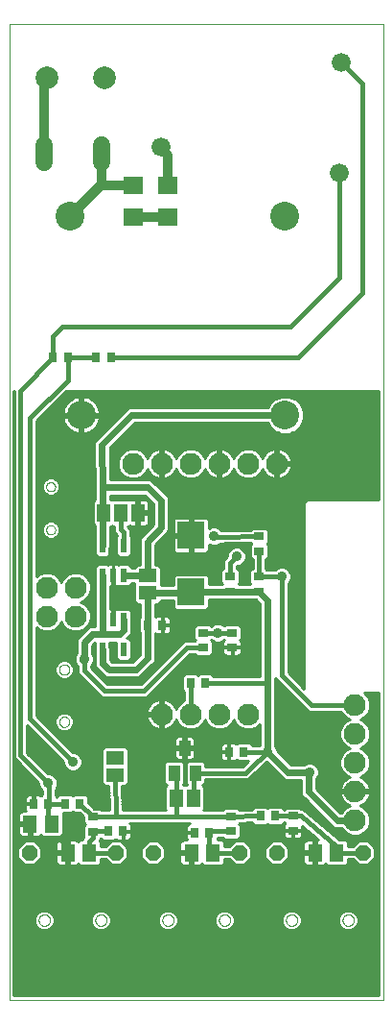
<source format=gbl>
G75*
%MOIN*%
%OFA0B0*%
%FSLAX25Y25*%
%IPPOS*%
%LPD*%
%AMOC8*
5,1,8,0,0,1.08239X$1,22.5*
%
%ADD10C,0.00000*%
%ADD11R,0.02756X0.03543*%
%ADD12R,0.03543X0.02756*%
%ADD13R,0.02165X0.04724*%
%ADD14R,0.09449X0.09449*%
%ADD15R,0.05118X0.05906*%
%ADD16OC8,0.05200*%
%ADD17R,0.06300X0.04600*%
%ADD18R,0.04600X0.06300*%
%ADD19C,0.07874*%
%ADD20R,0.07098X0.06299*%
%ADD21C,0.07600*%
%ADD22C,0.10000*%
%ADD23C,0.06000*%
%ADD24R,0.03937X0.05512*%
%ADD25C,0.03569*%
%ADD26C,0.01600*%
%ADD27C,0.02400*%
%ADD28C,0.01000*%
%ADD29C,0.03200*%
%ADD30C,0.06600*%
D10*
X0006000Y0010849D02*
X0006000Y0349431D01*
X0135921Y0349431D01*
X0135921Y0010849D01*
X0006000Y0010849D01*
X0016188Y0038408D02*
X0016190Y0038496D01*
X0016196Y0038584D01*
X0016206Y0038672D01*
X0016220Y0038760D01*
X0016237Y0038846D01*
X0016259Y0038932D01*
X0016284Y0039016D01*
X0016314Y0039100D01*
X0016346Y0039182D01*
X0016383Y0039262D01*
X0016423Y0039341D01*
X0016467Y0039418D01*
X0016514Y0039493D01*
X0016564Y0039565D01*
X0016618Y0039636D01*
X0016674Y0039703D01*
X0016734Y0039769D01*
X0016796Y0039831D01*
X0016862Y0039891D01*
X0016929Y0039947D01*
X0017000Y0040001D01*
X0017072Y0040051D01*
X0017147Y0040098D01*
X0017224Y0040142D01*
X0017303Y0040182D01*
X0017383Y0040219D01*
X0017465Y0040251D01*
X0017549Y0040281D01*
X0017633Y0040306D01*
X0017719Y0040328D01*
X0017805Y0040345D01*
X0017893Y0040359D01*
X0017981Y0040369D01*
X0018069Y0040375D01*
X0018157Y0040377D01*
X0018245Y0040375D01*
X0018333Y0040369D01*
X0018421Y0040359D01*
X0018509Y0040345D01*
X0018595Y0040328D01*
X0018681Y0040306D01*
X0018765Y0040281D01*
X0018849Y0040251D01*
X0018931Y0040219D01*
X0019011Y0040182D01*
X0019090Y0040142D01*
X0019167Y0040098D01*
X0019242Y0040051D01*
X0019314Y0040001D01*
X0019385Y0039947D01*
X0019452Y0039891D01*
X0019518Y0039831D01*
X0019580Y0039769D01*
X0019640Y0039703D01*
X0019696Y0039636D01*
X0019750Y0039565D01*
X0019800Y0039493D01*
X0019847Y0039418D01*
X0019891Y0039341D01*
X0019931Y0039262D01*
X0019968Y0039182D01*
X0020000Y0039100D01*
X0020030Y0039016D01*
X0020055Y0038932D01*
X0020077Y0038846D01*
X0020094Y0038760D01*
X0020108Y0038672D01*
X0020118Y0038584D01*
X0020124Y0038496D01*
X0020126Y0038408D01*
X0020124Y0038320D01*
X0020118Y0038232D01*
X0020108Y0038144D01*
X0020094Y0038056D01*
X0020077Y0037970D01*
X0020055Y0037884D01*
X0020030Y0037800D01*
X0020000Y0037716D01*
X0019968Y0037634D01*
X0019931Y0037554D01*
X0019891Y0037475D01*
X0019847Y0037398D01*
X0019800Y0037323D01*
X0019750Y0037251D01*
X0019696Y0037180D01*
X0019640Y0037113D01*
X0019580Y0037047D01*
X0019518Y0036985D01*
X0019452Y0036925D01*
X0019385Y0036869D01*
X0019314Y0036815D01*
X0019242Y0036765D01*
X0019167Y0036718D01*
X0019090Y0036674D01*
X0019011Y0036634D01*
X0018931Y0036597D01*
X0018849Y0036565D01*
X0018765Y0036535D01*
X0018681Y0036510D01*
X0018595Y0036488D01*
X0018509Y0036471D01*
X0018421Y0036457D01*
X0018333Y0036447D01*
X0018245Y0036441D01*
X0018157Y0036439D01*
X0018069Y0036441D01*
X0017981Y0036447D01*
X0017893Y0036457D01*
X0017805Y0036471D01*
X0017719Y0036488D01*
X0017633Y0036510D01*
X0017549Y0036535D01*
X0017465Y0036565D01*
X0017383Y0036597D01*
X0017303Y0036634D01*
X0017224Y0036674D01*
X0017147Y0036718D01*
X0017072Y0036765D01*
X0017000Y0036815D01*
X0016929Y0036869D01*
X0016862Y0036925D01*
X0016796Y0036985D01*
X0016734Y0037047D01*
X0016674Y0037113D01*
X0016618Y0037180D01*
X0016564Y0037251D01*
X0016514Y0037323D01*
X0016467Y0037398D01*
X0016423Y0037475D01*
X0016383Y0037554D01*
X0016346Y0037634D01*
X0016314Y0037716D01*
X0016284Y0037800D01*
X0016259Y0037884D01*
X0016237Y0037970D01*
X0016220Y0038056D01*
X0016206Y0038144D01*
X0016196Y0038232D01*
X0016190Y0038320D01*
X0016188Y0038408D01*
X0035874Y0038408D02*
X0035876Y0038496D01*
X0035882Y0038584D01*
X0035892Y0038672D01*
X0035906Y0038760D01*
X0035923Y0038846D01*
X0035945Y0038932D01*
X0035970Y0039016D01*
X0036000Y0039100D01*
X0036032Y0039182D01*
X0036069Y0039262D01*
X0036109Y0039341D01*
X0036153Y0039418D01*
X0036200Y0039493D01*
X0036250Y0039565D01*
X0036304Y0039636D01*
X0036360Y0039703D01*
X0036420Y0039769D01*
X0036482Y0039831D01*
X0036548Y0039891D01*
X0036615Y0039947D01*
X0036686Y0040001D01*
X0036758Y0040051D01*
X0036833Y0040098D01*
X0036910Y0040142D01*
X0036989Y0040182D01*
X0037069Y0040219D01*
X0037151Y0040251D01*
X0037235Y0040281D01*
X0037319Y0040306D01*
X0037405Y0040328D01*
X0037491Y0040345D01*
X0037579Y0040359D01*
X0037667Y0040369D01*
X0037755Y0040375D01*
X0037843Y0040377D01*
X0037931Y0040375D01*
X0038019Y0040369D01*
X0038107Y0040359D01*
X0038195Y0040345D01*
X0038281Y0040328D01*
X0038367Y0040306D01*
X0038451Y0040281D01*
X0038535Y0040251D01*
X0038617Y0040219D01*
X0038697Y0040182D01*
X0038776Y0040142D01*
X0038853Y0040098D01*
X0038928Y0040051D01*
X0039000Y0040001D01*
X0039071Y0039947D01*
X0039138Y0039891D01*
X0039204Y0039831D01*
X0039266Y0039769D01*
X0039326Y0039703D01*
X0039382Y0039636D01*
X0039436Y0039565D01*
X0039486Y0039493D01*
X0039533Y0039418D01*
X0039577Y0039341D01*
X0039617Y0039262D01*
X0039654Y0039182D01*
X0039686Y0039100D01*
X0039716Y0039016D01*
X0039741Y0038932D01*
X0039763Y0038846D01*
X0039780Y0038760D01*
X0039794Y0038672D01*
X0039804Y0038584D01*
X0039810Y0038496D01*
X0039812Y0038408D01*
X0039810Y0038320D01*
X0039804Y0038232D01*
X0039794Y0038144D01*
X0039780Y0038056D01*
X0039763Y0037970D01*
X0039741Y0037884D01*
X0039716Y0037800D01*
X0039686Y0037716D01*
X0039654Y0037634D01*
X0039617Y0037554D01*
X0039577Y0037475D01*
X0039533Y0037398D01*
X0039486Y0037323D01*
X0039436Y0037251D01*
X0039382Y0037180D01*
X0039326Y0037113D01*
X0039266Y0037047D01*
X0039204Y0036985D01*
X0039138Y0036925D01*
X0039071Y0036869D01*
X0039000Y0036815D01*
X0038928Y0036765D01*
X0038853Y0036718D01*
X0038776Y0036674D01*
X0038697Y0036634D01*
X0038617Y0036597D01*
X0038535Y0036565D01*
X0038451Y0036535D01*
X0038367Y0036510D01*
X0038281Y0036488D01*
X0038195Y0036471D01*
X0038107Y0036457D01*
X0038019Y0036447D01*
X0037931Y0036441D01*
X0037843Y0036439D01*
X0037755Y0036441D01*
X0037667Y0036447D01*
X0037579Y0036457D01*
X0037491Y0036471D01*
X0037405Y0036488D01*
X0037319Y0036510D01*
X0037235Y0036535D01*
X0037151Y0036565D01*
X0037069Y0036597D01*
X0036989Y0036634D01*
X0036910Y0036674D01*
X0036833Y0036718D01*
X0036758Y0036765D01*
X0036686Y0036815D01*
X0036615Y0036869D01*
X0036548Y0036925D01*
X0036482Y0036985D01*
X0036420Y0037047D01*
X0036360Y0037113D01*
X0036304Y0037180D01*
X0036250Y0037251D01*
X0036200Y0037323D01*
X0036153Y0037398D01*
X0036109Y0037475D01*
X0036069Y0037554D01*
X0036032Y0037634D01*
X0036000Y0037716D01*
X0035970Y0037800D01*
X0035945Y0037884D01*
X0035923Y0037970D01*
X0035906Y0038056D01*
X0035892Y0038144D01*
X0035882Y0038232D01*
X0035876Y0038320D01*
X0035874Y0038408D01*
X0059188Y0038408D02*
X0059190Y0038496D01*
X0059196Y0038584D01*
X0059206Y0038672D01*
X0059220Y0038760D01*
X0059237Y0038846D01*
X0059259Y0038932D01*
X0059284Y0039016D01*
X0059314Y0039100D01*
X0059346Y0039182D01*
X0059383Y0039262D01*
X0059423Y0039341D01*
X0059467Y0039418D01*
X0059514Y0039493D01*
X0059564Y0039565D01*
X0059618Y0039636D01*
X0059674Y0039703D01*
X0059734Y0039769D01*
X0059796Y0039831D01*
X0059862Y0039891D01*
X0059929Y0039947D01*
X0060000Y0040001D01*
X0060072Y0040051D01*
X0060147Y0040098D01*
X0060224Y0040142D01*
X0060303Y0040182D01*
X0060383Y0040219D01*
X0060465Y0040251D01*
X0060549Y0040281D01*
X0060633Y0040306D01*
X0060719Y0040328D01*
X0060805Y0040345D01*
X0060893Y0040359D01*
X0060981Y0040369D01*
X0061069Y0040375D01*
X0061157Y0040377D01*
X0061245Y0040375D01*
X0061333Y0040369D01*
X0061421Y0040359D01*
X0061509Y0040345D01*
X0061595Y0040328D01*
X0061681Y0040306D01*
X0061765Y0040281D01*
X0061849Y0040251D01*
X0061931Y0040219D01*
X0062011Y0040182D01*
X0062090Y0040142D01*
X0062167Y0040098D01*
X0062242Y0040051D01*
X0062314Y0040001D01*
X0062385Y0039947D01*
X0062452Y0039891D01*
X0062518Y0039831D01*
X0062580Y0039769D01*
X0062640Y0039703D01*
X0062696Y0039636D01*
X0062750Y0039565D01*
X0062800Y0039493D01*
X0062847Y0039418D01*
X0062891Y0039341D01*
X0062931Y0039262D01*
X0062968Y0039182D01*
X0063000Y0039100D01*
X0063030Y0039016D01*
X0063055Y0038932D01*
X0063077Y0038846D01*
X0063094Y0038760D01*
X0063108Y0038672D01*
X0063118Y0038584D01*
X0063124Y0038496D01*
X0063126Y0038408D01*
X0063124Y0038320D01*
X0063118Y0038232D01*
X0063108Y0038144D01*
X0063094Y0038056D01*
X0063077Y0037970D01*
X0063055Y0037884D01*
X0063030Y0037800D01*
X0063000Y0037716D01*
X0062968Y0037634D01*
X0062931Y0037554D01*
X0062891Y0037475D01*
X0062847Y0037398D01*
X0062800Y0037323D01*
X0062750Y0037251D01*
X0062696Y0037180D01*
X0062640Y0037113D01*
X0062580Y0037047D01*
X0062518Y0036985D01*
X0062452Y0036925D01*
X0062385Y0036869D01*
X0062314Y0036815D01*
X0062242Y0036765D01*
X0062167Y0036718D01*
X0062090Y0036674D01*
X0062011Y0036634D01*
X0061931Y0036597D01*
X0061849Y0036565D01*
X0061765Y0036535D01*
X0061681Y0036510D01*
X0061595Y0036488D01*
X0061509Y0036471D01*
X0061421Y0036457D01*
X0061333Y0036447D01*
X0061245Y0036441D01*
X0061157Y0036439D01*
X0061069Y0036441D01*
X0060981Y0036447D01*
X0060893Y0036457D01*
X0060805Y0036471D01*
X0060719Y0036488D01*
X0060633Y0036510D01*
X0060549Y0036535D01*
X0060465Y0036565D01*
X0060383Y0036597D01*
X0060303Y0036634D01*
X0060224Y0036674D01*
X0060147Y0036718D01*
X0060072Y0036765D01*
X0060000Y0036815D01*
X0059929Y0036869D01*
X0059862Y0036925D01*
X0059796Y0036985D01*
X0059734Y0037047D01*
X0059674Y0037113D01*
X0059618Y0037180D01*
X0059564Y0037251D01*
X0059514Y0037323D01*
X0059467Y0037398D01*
X0059423Y0037475D01*
X0059383Y0037554D01*
X0059346Y0037634D01*
X0059314Y0037716D01*
X0059284Y0037800D01*
X0059259Y0037884D01*
X0059237Y0037970D01*
X0059220Y0038056D01*
X0059206Y0038144D01*
X0059196Y0038232D01*
X0059190Y0038320D01*
X0059188Y0038408D01*
X0078874Y0038408D02*
X0078876Y0038496D01*
X0078882Y0038584D01*
X0078892Y0038672D01*
X0078906Y0038760D01*
X0078923Y0038846D01*
X0078945Y0038932D01*
X0078970Y0039016D01*
X0079000Y0039100D01*
X0079032Y0039182D01*
X0079069Y0039262D01*
X0079109Y0039341D01*
X0079153Y0039418D01*
X0079200Y0039493D01*
X0079250Y0039565D01*
X0079304Y0039636D01*
X0079360Y0039703D01*
X0079420Y0039769D01*
X0079482Y0039831D01*
X0079548Y0039891D01*
X0079615Y0039947D01*
X0079686Y0040001D01*
X0079758Y0040051D01*
X0079833Y0040098D01*
X0079910Y0040142D01*
X0079989Y0040182D01*
X0080069Y0040219D01*
X0080151Y0040251D01*
X0080235Y0040281D01*
X0080319Y0040306D01*
X0080405Y0040328D01*
X0080491Y0040345D01*
X0080579Y0040359D01*
X0080667Y0040369D01*
X0080755Y0040375D01*
X0080843Y0040377D01*
X0080931Y0040375D01*
X0081019Y0040369D01*
X0081107Y0040359D01*
X0081195Y0040345D01*
X0081281Y0040328D01*
X0081367Y0040306D01*
X0081451Y0040281D01*
X0081535Y0040251D01*
X0081617Y0040219D01*
X0081697Y0040182D01*
X0081776Y0040142D01*
X0081853Y0040098D01*
X0081928Y0040051D01*
X0082000Y0040001D01*
X0082071Y0039947D01*
X0082138Y0039891D01*
X0082204Y0039831D01*
X0082266Y0039769D01*
X0082326Y0039703D01*
X0082382Y0039636D01*
X0082436Y0039565D01*
X0082486Y0039493D01*
X0082533Y0039418D01*
X0082577Y0039341D01*
X0082617Y0039262D01*
X0082654Y0039182D01*
X0082686Y0039100D01*
X0082716Y0039016D01*
X0082741Y0038932D01*
X0082763Y0038846D01*
X0082780Y0038760D01*
X0082794Y0038672D01*
X0082804Y0038584D01*
X0082810Y0038496D01*
X0082812Y0038408D01*
X0082810Y0038320D01*
X0082804Y0038232D01*
X0082794Y0038144D01*
X0082780Y0038056D01*
X0082763Y0037970D01*
X0082741Y0037884D01*
X0082716Y0037800D01*
X0082686Y0037716D01*
X0082654Y0037634D01*
X0082617Y0037554D01*
X0082577Y0037475D01*
X0082533Y0037398D01*
X0082486Y0037323D01*
X0082436Y0037251D01*
X0082382Y0037180D01*
X0082326Y0037113D01*
X0082266Y0037047D01*
X0082204Y0036985D01*
X0082138Y0036925D01*
X0082071Y0036869D01*
X0082000Y0036815D01*
X0081928Y0036765D01*
X0081853Y0036718D01*
X0081776Y0036674D01*
X0081697Y0036634D01*
X0081617Y0036597D01*
X0081535Y0036565D01*
X0081451Y0036535D01*
X0081367Y0036510D01*
X0081281Y0036488D01*
X0081195Y0036471D01*
X0081107Y0036457D01*
X0081019Y0036447D01*
X0080931Y0036441D01*
X0080843Y0036439D01*
X0080755Y0036441D01*
X0080667Y0036447D01*
X0080579Y0036457D01*
X0080491Y0036471D01*
X0080405Y0036488D01*
X0080319Y0036510D01*
X0080235Y0036535D01*
X0080151Y0036565D01*
X0080069Y0036597D01*
X0079989Y0036634D01*
X0079910Y0036674D01*
X0079833Y0036718D01*
X0079758Y0036765D01*
X0079686Y0036815D01*
X0079615Y0036869D01*
X0079548Y0036925D01*
X0079482Y0036985D01*
X0079420Y0037047D01*
X0079360Y0037113D01*
X0079304Y0037180D01*
X0079250Y0037251D01*
X0079200Y0037323D01*
X0079153Y0037398D01*
X0079109Y0037475D01*
X0079069Y0037554D01*
X0079032Y0037634D01*
X0079000Y0037716D01*
X0078970Y0037800D01*
X0078945Y0037884D01*
X0078923Y0037970D01*
X0078906Y0038056D01*
X0078892Y0038144D01*
X0078882Y0038232D01*
X0078876Y0038320D01*
X0078874Y0038408D01*
X0102188Y0038408D02*
X0102190Y0038496D01*
X0102196Y0038584D01*
X0102206Y0038672D01*
X0102220Y0038760D01*
X0102237Y0038846D01*
X0102259Y0038932D01*
X0102284Y0039016D01*
X0102314Y0039100D01*
X0102346Y0039182D01*
X0102383Y0039262D01*
X0102423Y0039341D01*
X0102467Y0039418D01*
X0102514Y0039493D01*
X0102564Y0039565D01*
X0102618Y0039636D01*
X0102674Y0039703D01*
X0102734Y0039769D01*
X0102796Y0039831D01*
X0102862Y0039891D01*
X0102929Y0039947D01*
X0103000Y0040001D01*
X0103072Y0040051D01*
X0103147Y0040098D01*
X0103224Y0040142D01*
X0103303Y0040182D01*
X0103383Y0040219D01*
X0103465Y0040251D01*
X0103549Y0040281D01*
X0103633Y0040306D01*
X0103719Y0040328D01*
X0103805Y0040345D01*
X0103893Y0040359D01*
X0103981Y0040369D01*
X0104069Y0040375D01*
X0104157Y0040377D01*
X0104245Y0040375D01*
X0104333Y0040369D01*
X0104421Y0040359D01*
X0104509Y0040345D01*
X0104595Y0040328D01*
X0104681Y0040306D01*
X0104765Y0040281D01*
X0104849Y0040251D01*
X0104931Y0040219D01*
X0105011Y0040182D01*
X0105090Y0040142D01*
X0105167Y0040098D01*
X0105242Y0040051D01*
X0105314Y0040001D01*
X0105385Y0039947D01*
X0105452Y0039891D01*
X0105518Y0039831D01*
X0105580Y0039769D01*
X0105640Y0039703D01*
X0105696Y0039636D01*
X0105750Y0039565D01*
X0105800Y0039493D01*
X0105847Y0039418D01*
X0105891Y0039341D01*
X0105931Y0039262D01*
X0105968Y0039182D01*
X0106000Y0039100D01*
X0106030Y0039016D01*
X0106055Y0038932D01*
X0106077Y0038846D01*
X0106094Y0038760D01*
X0106108Y0038672D01*
X0106118Y0038584D01*
X0106124Y0038496D01*
X0106126Y0038408D01*
X0106124Y0038320D01*
X0106118Y0038232D01*
X0106108Y0038144D01*
X0106094Y0038056D01*
X0106077Y0037970D01*
X0106055Y0037884D01*
X0106030Y0037800D01*
X0106000Y0037716D01*
X0105968Y0037634D01*
X0105931Y0037554D01*
X0105891Y0037475D01*
X0105847Y0037398D01*
X0105800Y0037323D01*
X0105750Y0037251D01*
X0105696Y0037180D01*
X0105640Y0037113D01*
X0105580Y0037047D01*
X0105518Y0036985D01*
X0105452Y0036925D01*
X0105385Y0036869D01*
X0105314Y0036815D01*
X0105242Y0036765D01*
X0105167Y0036718D01*
X0105090Y0036674D01*
X0105011Y0036634D01*
X0104931Y0036597D01*
X0104849Y0036565D01*
X0104765Y0036535D01*
X0104681Y0036510D01*
X0104595Y0036488D01*
X0104509Y0036471D01*
X0104421Y0036457D01*
X0104333Y0036447D01*
X0104245Y0036441D01*
X0104157Y0036439D01*
X0104069Y0036441D01*
X0103981Y0036447D01*
X0103893Y0036457D01*
X0103805Y0036471D01*
X0103719Y0036488D01*
X0103633Y0036510D01*
X0103549Y0036535D01*
X0103465Y0036565D01*
X0103383Y0036597D01*
X0103303Y0036634D01*
X0103224Y0036674D01*
X0103147Y0036718D01*
X0103072Y0036765D01*
X0103000Y0036815D01*
X0102929Y0036869D01*
X0102862Y0036925D01*
X0102796Y0036985D01*
X0102734Y0037047D01*
X0102674Y0037113D01*
X0102618Y0037180D01*
X0102564Y0037251D01*
X0102514Y0037323D01*
X0102467Y0037398D01*
X0102423Y0037475D01*
X0102383Y0037554D01*
X0102346Y0037634D01*
X0102314Y0037716D01*
X0102284Y0037800D01*
X0102259Y0037884D01*
X0102237Y0037970D01*
X0102220Y0038056D01*
X0102206Y0038144D01*
X0102196Y0038232D01*
X0102190Y0038320D01*
X0102188Y0038408D01*
X0121874Y0038408D02*
X0121876Y0038496D01*
X0121882Y0038584D01*
X0121892Y0038672D01*
X0121906Y0038760D01*
X0121923Y0038846D01*
X0121945Y0038932D01*
X0121970Y0039016D01*
X0122000Y0039100D01*
X0122032Y0039182D01*
X0122069Y0039262D01*
X0122109Y0039341D01*
X0122153Y0039418D01*
X0122200Y0039493D01*
X0122250Y0039565D01*
X0122304Y0039636D01*
X0122360Y0039703D01*
X0122420Y0039769D01*
X0122482Y0039831D01*
X0122548Y0039891D01*
X0122615Y0039947D01*
X0122686Y0040001D01*
X0122758Y0040051D01*
X0122833Y0040098D01*
X0122910Y0040142D01*
X0122989Y0040182D01*
X0123069Y0040219D01*
X0123151Y0040251D01*
X0123235Y0040281D01*
X0123319Y0040306D01*
X0123405Y0040328D01*
X0123491Y0040345D01*
X0123579Y0040359D01*
X0123667Y0040369D01*
X0123755Y0040375D01*
X0123843Y0040377D01*
X0123931Y0040375D01*
X0124019Y0040369D01*
X0124107Y0040359D01*
X0124195Y0040345D01*
X0124281Y0040328D01*
X0124367Y0040306D01*
X0124451Y0040281D01*
X0124535Y0040251D01*
X0124617Y0040219D01*
X0124697Y0040182D01*
X0124776Y0040142D01*
X0124853Y0040098D01*
X0124928Y0040051D01*
X0125000Y0040001D01*
X0125071Y0039947D01*
X0125138Y0039891D01*
X0125204Y0039831D01*
X0125266Y0039769D01*
X0125326Y0039703D01*
X0125382Y0039636D01*
X0125436Y0039565D01*
X0125486Y0039493D01*
X0125533Y0039418D01*
X0125577Y0039341D01*
X0125617Y0039262D01*
X0125654Y0039182D01*
X0125686Y0039100D01*
X0125716Y0039016D01*
X0125741Y0038932D01*
X0125763Y0038846D01*
X0125780Y0038760D01*
X0125794Y0038672D01*
X0125804Y0038584D01*
X0125810Y0038496D01*
X0125812Y0038408D01*
X0125810Y0038320D01*
X0125804Y0038232D01*
X0125794Y0038144D01*
X0125780Y0038056D01*
X0125763Y0037970D01*
X0125741Y0037884D01*
X0125716Y0037800D01*
X0125686Y0037716D01*
X0125654Y0037634D01*
X0125617Y0037554D01*
X0125577Y0037475D01*
X0125533Y0037398D01*
X0125486Y0037323D01*
X0125436Y0037251D01*
X0125382Y0037180D01*
X0125326Y0037113D01*
X0125266Y0037047D01*
X0125204Y0036985D01*
X0125138Y0036925D01*
X0125071Y0036869D01*
X0125000Y0036815D01*
X0124928Y0036765D01*
X0124853Y0036718D01*
X0124776Y0036674D01*
X0124697Y0036634D01*
X0124617Y0036597D01*
X0124535Y0036565D01*
X0124451Y0036535D01*
X0124367Y0036510D01*
X0124281Y0036488D01*
X0124195Y0036471D01*
X0124107Y0036457D01*
X0124019Y0036447D01*
X0123931Y0036441D01*
X0123843Y0036439D01*
X0123755Y0036441D01*
X0123667Y0036447D01*
X0123579Y0036457D01*
X0123491Y0036471D01*
X0123405Y0036488D01*
X0123319Y0036510D01*
X0123235Y0036535D01*
X0123151Y0036565D01*
X0123069Y0036597D01*
X0122989Y0036634D01*
X0122910Y0036674D01*
X0122833Y0036718D01*
X0122758Y0036765D01*
X0122686Y0036815D01*
X0122615Y0036869D01*
X0122548Y0036925D01*
X0122482Y0036985D01*
X0122420Y0037047D01*
X0122360Y0037113D01*
X0122304Y0037180D01*
X0122250Y0037251D01*
X0122200Y0037323D01*
X0122153Y0037398D01*
X0122109Y0037475D01*
X0122069Y0037554D01*
X0122032Y0037634D01*
X0122000Y0037716D01*
X0121970Y0037800D01*
X0121945Y0037884D01*
X0121923Y0037970D01*
X0121906Y0038056D01*
X0121892Y0038144D01*
X0121882Y0038232D01*
X0121876Y0038320D01*
X0121874Y0038408D01*
X0023322Y0107235D02*
X0023324Y0107319D01*
X0023330Y0107402D01*
X0023340Y0107485D01*
X0023354Y0107568D01*
X0023371Y0107650D01*
X0023393Y0107731D01*
X0023418Y0107810D01*
X0023447Y0107889D01*
X0023480Y0107966D01*
X0023516Y0108041D01*
X0023556Y0108115D01*
X0023599Y0108187D01*
X0023646Y0108256D01*
X0023696Y0108323D01*
X0023749Y0108388D01*
X0023805Y0108450D01*
X0023863Y0108510D01*
X0023925Y0108567D01*
X0023989Y0108620D01*
X0024056Y0108671D01*
X0024125Y0108718D01*
X0024196Y0108763D01*
X0024269Y0108803D01*
X0024344Y0108840D01*
X0024421Y0108874D01*
X0024499Y0108904D01*
X0024578Y0108930D01*
X0024659Y0108953D01*
X0024741Y0108971D01*
X0024823Y0108986D01*
X0024906Y0108997D01*
X0024989Y0109004D01*
X0025073Y0109007D01*
X0025157Y0109006D01*
X0025240Y0109001D01*
X0025324Y0108992D01*
X0025406Y0108979D01*
X0025488Y0108963D01*
X0025569Y0108942D01*
X0025650Y0108918D01*
X0025728Y0108890D01*
X0025806Y0108858D01*
X0025882Y0108822D01*
X0025956Y0108783D01*
X0026028Y0108741D01*
X0026098Y0108695D01*
X0026166Y0108646D01*
X0026231Y0108594D01*
X0026294Y0108539D01*
X0026354Y0108481D01*
X0026412Y0108420D01*
X0026466Y0108356D01*
X0026518Y0108290D01*
X0026566Y0108222D01*
X0026611Y0108151D01*
X0026652Y0108078D01*
X0026691Y0108004D01*
X0026725Y0107928D01*
X0026756Y0107850D01*
X0026783Y0107771D01*
X0026807Y0107690D01*
X0026826Y0107609D01*
X0026842Y0107527D01*
X0026854Y0107444D01*
X0026862Y0107360D01*
X0026866Y0107277D01*
X0026866Y0107193D01*
X0026862Y0107110D01*
X0026854Y0107026D01*
X0026842Y0106943D01*
X0026826Y0106861D01*
X0026807Y0106780D01*
X0026783Y0106699D01*
X0026756Y0106620D01*
X0026725Y0106542D01*
X0026691Y0106466D01*
X0026652Y0106392D01*
X0026611Y0106319D01*
X0026566Y0106248D01*
X0026518Y0106180D01*
X0026466Y0106114D01*
X0026412Y0106050D01*
X0026354Y0105989D01*
X0026294Y0105931D01*
X0026231Y0105876D01*
X0026166Y0105824D01*
X0026098Y0105775D01*
X0026028Y0105729D01*
X0025956Y0105687D01*
X0025882Y0105648D01*
X0025806Y0105612D01*
X0025728Y0105580D01*
X0025650Y0105552D01*
X0025569Y0105528D01*
X0025488Y0105507D01*
X0025406Y0105491D01*
X0025324Y0105478D01*
X0025240Y0105469D01*
X0025157Y0105464D01*
X0025073Y0105463D01*
X0024989Y0105466D01*
X0024906Y0105473D01*
X0024823Y0105484D01*
X0024741Y0105499D01*
X0024659Y0105517D01*
X0024578Y0105540D01*
X0024499Y0105566D01*
X0024421Y0105596D01*
X0024344Y0105630D01*
X0024269Y0105667D01*
X0024196Y0105707D01*
X0024125Y0105752D01*
X0024056Y0105799D01*
X0023989Y0105850D01*
X0023925Y0105903D01*
X0023863Y0105960D01*
X0023805Y0106020D01*
X0023749Y0106082D01*
X0023696Y0106147D01*
X0023646Y0106214D01*
X0023599Y0106283D01*
X0023556Y0106355D01*
X0023516Y0106429D01*
X0023480Y0106504D01*
X0023447Y0106581D01*
X0023418Y0106660D01*
X0023393Y0106739D01*
X0023371Y0106820D01*
X0023354Y0106902D01*
X0023340Y0106985D01*
X0023330Y0107068D01*
X0023324Y0107151D01*
X0023322Y0107235D01*
X0023322Y0125345D02*
X0023324Y0125429D01*
X0023330Y0125512D01*
X0023340Y0125595D01*
X0023354Y0125678D01*
X0023371Y0125760D01*
X0023393Y0125841D01*
X0023418Y0125920D01*
X0023447Y0125999D01*
X0023480Y0126076D01*
X0023516Y0126151D01*
X0023556Y0126225D01*
X0023599Y0126297D01*
X0023646Y0126366D01*
X0023696Y0126433D01*
X0023749Y0126498D01*
X0023805Y0126560D01*
X0023863Y0126620D01*
X0023925Y0126677D01*
X0023989Y0126730D01*
X0024056Y0126781D01*
X0024125Y0126828D01*
X0024196Y0126873D01*
X0024269Y0126913D01*
X0024344Y0126950D01*
X0024421Y0126984D01*
X0024499Y0127014D01*
X0024578Y0127040D01*
X0024659Y0127063D01*
X0024741Y0127081D01*
X0024823Y0127096D01*
X0024906Y0127107D01*
X0024989Y0127114D01*
X0025073Y0127117D01*
X0025157Y0127116D01*
X0025240Y0127111D01*
X0025324Y0127102D01*
X0025406Y0127089D01*
X0025488Y0127073D01*
X0025569Y0127052D01*
X0025650Y0127028D01*
X0025728Y0127000D01*
X0025806Y0126968D01*
X0025882Y0126932D01*
X0025956Y0126893D01*
X0026028Y0126851D01*
X0026098Y0126805D01*
X0026166Y0126756D01*
X0026231Y0126704D01*
X0026294Y0126649D01*
X0026354Y0126591D01*
X0026412Y0126530D01*
X0026466Y0126466D01*
X0026518Y0126400D01*
X0026566Y0126332D01*
X0026611Y0126261D01*
X0026652Y0126188D01*
X0026691Y0126114D01*
X0026725Y0126038D01*
X0026756Y0125960D01*
X0026783Y0125881D01*
X0026807Y0125800D01*
X0026826Y0125719D01*
X0026842Y0125637D01*
X0026854Y0125554D01*
X0026862Y0125470D01*
X0026866Y0125387D01*
X0026866Y0125303D01*
X0026862Y0125220D01*
X0026854Y0125136D01*
X0026842Y0125053D01*
X0026826Y0124971D01*
X0026807Y0124890D01*
X0026783Y0124809D01*
X0026756Y0124730D01*
X0026725Y0124652D01*
X0026691Y0124576D01*
X0026652Y0124502D01*
X0026611Y0124429D01*
X0026566Y0124358D01*
X0026518Y0124290D01*
X0026466Y0124224D01*
X0026412Y0124160D01*
X0026354Y0124099D01*
X0026294Y0124041D01*
X0026231Y0123986D01*
X0026166Y0123934D01*
X0026098Y0123885D01*
X0026028Y0123839D01*
X0025956Y0123797D01*
X0025882Y0123758D01*
X0025806Y0123722D01*
X0025728Y0123690D01*
X0025650Y0123662D01*
X0025569Y0123638D01*
X0025488Y0123617D01*
X0025406Y0123601D01*
X0025324Y0123588D01*
X0025240Y0123579D01*
X0025157Y0123574D01*
X0025073Y0123573D01*
X0024989Y0123576D01*
X0024906Y0123583D01*
X0024823Y0123594D01*
X0024741Y0123609D01*
X0024659Y0123627D01*
X0024578Y0123650D01*
X0024499Y0123676D01*
X0024421Y0123706D01*
X0024344Y0123740D01*
X0024269Y0123777D01*
X0024196Y0123817D01*
X0024125Y0123862D01*
X0024056Y0123909D01*
X0023989Y0123960D01*
X0023925Y0124013D01*
X0023863Y0124070D01*
X0023805Y0124130D01*
X0023749Y0124192D01*
X0023696Y0124257D01*
X0023646Y0124324D01*
X0023599Y0124393D01*
X0023556Y0124465D01*
X0023516Y0124539D01*
X0023480Y0124614D01*
X0023447Y0124691D01*
X0023418Y0124770D01*
X0023393Y0124849D01*
X0023371Y0124930D01*
X0023354Y0125012D01*
X0023340Y0125095D01*
X0023330Y0125178D01*
X0023324Y0125261D01*
X0023322Y0125345D01*
X0018798Y0173869D02*
X0018800Y0173948D01*
X0018806Y0174027D01*
X0018816Y0174106D01*
X0018830Y0174184D01*
X0018847Y0174261D01*
X0018869Y0174337D01*
X0018894Y0174412D01*
X0018924Y0174485D01*
X0018956Y0174557D01*
X0018993Y0174628D01*
X0019033Y0174696D01*
X0019076Y0174762D01*
X0019122Y0174826D01*
X0019172Y0174888D01*
X0019225Y0174947D01*
X0019280Y0175003D01*
X0019339Y0175057D01*
X0019400Y0175107D01*
X0019463Y0175155D01*
X0019529Y0175199D01*
X0019597Y0175240D01*
X0019667Y0175277D01*
X0019738Y0175311D01*
X0019812Y0175341D01*
X0019886Y0175367D01*
X0019962Y0175389D01*
X0020039Y0175408D01*
X0020117Y0175423D01*
X0020195Y0175434D01*
X0020274Y0175441D01*
X0020353Y0175444D01*
X0020432Y0175443D01*
X0020511Y0175438D01*
X0020590Y0175429D01*
X0020668Y0175416D01*
X0020745Y0175399D01*
X0020822Y0175379D01*
X0020897Y0175354D01*
X0020971Y0175326D01*
X0021044Y0175294D01*
X0021114Y0175259D01*
X0021183Y0175220D01*
X0021250Y0175177D01*
X0021315Y0175131D01*
X0021377Y0175083D01*
X0021437Y0175031D01*
X0021494Y0174976D01*
X0021548Y0174918D01*
X0021599Y0174858D01*
X0021647Y0174795D01*
X0021692Y0174730D01*
X0021734Y0174662D01*
X0021772Y0174593D01*
X0021806Y0174522D01*
X0021837Y0174449D01*
X0021865Y0174374D01*
X0021888Y0174299D01*
X0021908Y0174222D01*
X0021924Y0174145D01*
X0021936Y0174066D01*
X0021944Y0173988D01*
X0021948Y0173909D01*
X0021948Y0173829D01*
X0021944Y0173750D01*
X0021936Y0173672D01*
X0021924Y0173593D01*
X0021908Y0173516D01*
X0021888Y0173439D01*
X0021865Y0173364D01*
X0021837Y0173289D01*
X0021806Y0173216D01*
X0021772Y0173145D01*
X0021734Y0173076D01*
X0021692Y0173008D01*
X0021647Y0172943D01*
X0021599Y0172880D01*
X0021548Y0172820D01*
X0021494Y0172762D01*
X0021437Y0172707D01*
X0021377Y0172655D01*
X0021315Y0172607D01*
X0021250Y0172561D01*
X0021183Y0172518D01*
X0021114Y0172479D01*
X0021044Y0172444D01*
X0020971Y0172412D01*
X0020897Y0172384D01*
X0020822Y0172359D01*
X0020745Y0172339D01*
X0020668Y0172322D01*
X0020590Y0172309D01*
X0020511Y0172300D01*
X0020432Y0172295D01*
X0020353Y0172294D01*
X0020274Y0172297D01*
X0020195Y0172304D01*
X0020117Y0172315D01*
X0020039Y0172330D01*
X0019962Y0172349D01*
X0019886Y0172371D01*
X0019812Y0172397D01*
X0019738Y0172427D01*
X0019667Y0172461D01*
X0019597Y0172498D01*
X0019529Y0172539D01*
X0019463Y0172583D01*
X0019400Y0172631D01*
X0019339Y0172681D01*
X0019280Y0172735D01*
X0019225Y0172791D01*
X0019172Y0172850D01*
X0019122Y0172912D01*
X0019076Y0172976D01*
X0019033Y0173042D01*
X0018993Y0173110D01*
X0018956Y0173181D01*
X0018924Y0173253D01*
X0018894Y0173326D01*
X0018869Y0173401D01*
X0018847Y0173477D01*
X0018830Y0173554D01*
X0018816Y0173632D01*
X0018806Y0173711D01*
X0018800Y0173790D01*
X0018798Y0173869D01*
X0018798Y0188829D02*
X0018800Y0188908D01*
X0018806Y0188987D01*
X0018816Y0189066D01*
X0018830Y0189144D01*
X0018847Y0189221D01*
X0018869Y0189297D01*
X0018894Y0189372D01*
X0018924Y0189445D01*
X0018956Y0189517D01*
X0018993Y0189588D01*
X0019033Y0189656D01*
X0019076Y0189722D01*
X0019122Y0189786D01*
X0019172Y0189848D01*
X0019225Y0189907D01*
X0019280Y0189963D01*
X0019339Y0190017D01*
X0019400Y0190067D01*
X0019463Y0190115D01*
X0019529Y0190159D01*
X0019597Y0190200D01*
X0019667Y0190237D01*
X0019738Y0190271D01*
X0019812Y0190301D01*
X0019886Y0190327D01*
X0019962Y0190349D01*
X0020039Y0190368D01*
X0020117Y0190383D01*
X0020195Y0190394D01*
X0020274Y0190401D01*
X0020353Y0190404D01*
X0020432Y0190403D01*
X0020511Y0190398D01*
X0020590Y0190389D01*
X0020668Y0190376D01*
X0020745Y0190359D01*
X0020822Y0190339D01*
X0020897Y0190314D01*
X0020971Y0190286D01*
X0021044Y0190254D01*
X0021114Y0190219D01*
X0021183Y0190180D01*
X0021250Y0190137D01*
X0021315Y0190091D01*
X0021377Y0190043D01*
X0021437Y0189991D01*
X0021494Y0189936D01*
X0021548Y0189878D01*
X0021599Y0189818D01*
X0021647Y0189755D01*
X0021692Y0189690D01*
X0021734Y0189622D01*
X0021772Y0189553D01*
X0021806Y0189482D01*
X0021837Y0189409D01*
X0021865Y0189334D01*
X0021888Y0189259D01*
X0021908Y0189182D01*
X0021924Y0189105D01*
X0021936Y0189026D01*
X0021944Y0188948D01*
X0021948Y0188869D01*
X0021948Y0188789D01*
X0021944Y0188710D01*
X0021936Y0188632D01*
X0021924Y0188553D01*
X0021908Y0188476D01*
X0021888Y0188399D01*
X0021865Y0188324D01*
X0021837Y0188249D01*
X0021806Y0188176D01*
X0021772Y0188105D01*
X0021734Y0188036D01*
X0021692Y0187968D01*
X0021647Y0187903D01*
X0021599Y0187840D01*
X0021548Y0187780D01*
X0021494Y0187722D01*
X0021437Y0187667D01*
X0021377Y0187615D01*
X0021315Y0187567D01*
X0021250Y0187521D01*
X0021183Y0187478D01*
X0021114Y0187439D01*
X0021044Y0187404D01*
X0020971Y0187372D01*
X0020897Y0187344D01*
X0020822Y0187319D01*
X0020745Y0187299D01*
X0020668Y0187282D01*
X0020590Y0187269D01*
X0020511Y0187260D01*
X0020432Y0187255D01*
X0020353Y0187254D01*
X0020274Y0187257D01*
X0020195Y0187264D01*
X0020117Y0187275D01*
X0020039Y0187290D01*
X0019962Y0187309D01*
X0019886Y0187331D01*
X0019812Y0187357D01*
X0019738Y0187387D01*
X0019667Y0187421D01*
X0019597Y0187458D01*
X0019529Y0187499D01*
X0019463Y0187543D01*
X0019400Y0187591D01*
X0019339Y0187641D01*
X0019280Y0187695D01*
X0019225Y0187751D01*
X0019172Y0187810D01*
X0019122Y0187872D01*
X0019076Y0187936D01*
X0019033Y0188002D01*
X0018993Y0188070D01*
X0018956Y0188141D01*
X0018924Y0188213D01*
X0018894Y0188286D01*
X0018869Y0188361D01*
X0018847Y0188437D01*
X0018830Y0188514D01*
X0018816Y0188592D01*
X0018806Y0188671D01*
X0018800Y0188750D01*
X0018798Y0188829D01*
D11*
X0021241Y0233549D03*
X0026359Y0233549D03*
X0036241Y0233549D03*
X0041359Y0233549D03*
X0054041Y0140832D03*
X0059159Y0140832D03*
X0068993Y0120712D03*
X0074111Y0120712D03*
X0082378Y0096849D03*
X0087496Y0096849D03*
X0093341Y0074549D03*
X0098459Y0074549D03*
X0075559Y0068849D03*
X0070441Y0068849D03*
X0045459Y0069249D03*
X0040341Y0069249D03*
X0030559Y0078849D03*
X0025441Y0078849D03*
X0019528Y0078849D03*
X0014409Y0078849D03*
D12*
X0035100Y0074308D03*
X0035100Y0069190D03*
X0073313Y0133077D03*
X0073313Y0138195D03*
X0083483Y0138208D03*
X0083483Y0133090D03*
X0082772Y0152444D03*
X0082772Y0157562D03*
X0092646Y0157562D03*
X0092646Y0152444D03*
X0092898Y0166444D03*
X0092898Y0171562D03*
X0083000Y0074408D03*
X0083000Y0069290D03*
X0104600Y0069490D03*
X0104600Y0074608D03*
D13*
X0045809Y0132375D03*
X0038328Y0132375D03*
X0038328Y0142611D03*
X0042069Y0142611D03*
X0045809Y0142611D03*
X0045772Y0158131D03*
X0042031Y0158131D03*
X0038291Y0158131D03*
X0038291Y0168367D03*
X0045772Y0168367D03*
D14*
X0069215Y0171971D03*
X0069215Y0152286D03*
D15*
X0020709Y0071849D03*
X0026260Y0061849D03*
X0033740Y0061849D03*
X0013228Y0071849D03*
X0069260Y0061849D03*
X0076740Y0061849D03*
X0112260Y0061849D03*
X0119740Y0061849D03*
D16*
X0129000Y0061849D03*
X0099000Y0061849D03*
X0086000Y0061849D03*
X0056000Y0061849D03*
X0043000Y0061849D03*
X0013000Y0061849D03*
D17*
X0042800Y0088849D03*
X0042800Y0094849D03*
X0054031Y0151949D03*
X0054031Y0157949D03*
D18*
X0050731Y0179849D03*
X0044731Y0179849D03*
X0038731Y0179849D03*
X0064000Y0080849D03*
X0070000Y0080849D03*
D19*
X0038980Y0330632D03*
X0018980Y0330632D03*
D20*
X0048932Y0293525D03*
X0048932Y0282328D03*
X0060919Y0282340D03*
X0060919Y0293537D03*
D21*
X0059000Y0196849D03*
X0049000Y0196849D03*
X0069000Y0196849D03*
X0079000Y0196849D03*
X0089000Y0196849D03*
X0099000Y0196849D03*
X0126200Y0113149D03*
X0126200Y0103149D03*
X0126200Y0093149D03*
X0126200Y0083149D03*
X0126200Y0073149D03*
X0089000Y0109849D03*
X0079000Y0109849D03*
X0069000Y0109849D03*
X0059000Y0109849D03*
X0029000Y0143849D03*
X0029000Y0153849D03*
X0019000Y0153849D03*
X0019000Y0143849D03*
D22*
X0031039Y0213715D03*
X0027102Y0282613D03*
X0101906Y0282613D03*
X0101906Y0213715D03*
D23*
X0038100Y0301449D02*
X0038100Y0307449D01*
X0018100Y0307449D02*
X0018100Y0301449D01*
D24*
X0067000Y0098180D03*
X0063260Y0089518D03*
X0070740Y0089518D03*
D25*
X0078214Y0081139D03*
X0095800Y0096849D03*
X0110400Y0089749D03*
X0078500Y0138149D03*
X0066214Y0140639D03*
X0054031Y0151949D03*
X0038331Y0180849D03*
X0030514Y0177739D03*
X0030314Y0195939D03*
X0032000Y0129049D03*
X0033014Y0101439D03*
X0028100Y0093349D03*
X0019500Y0085949D03*
X0042800Y0094849D03*
X0049307Y0036439D03*
X0012307Y0030339D03*
X0092614Y0036439D03*
X0129314Y0030939D03*
X0105614Y0150539D03*
X0100746Y0157649D03*
X0085031Y0164649D03*
X0077231Y0171649D03*
X0113414Y0186439D03*
D26*
X0100746Y0157649D02*
X0100746Y0139780D01*
X0100700Y0139734D01*
X0100700Y0123349D01*
X0110948Y0113101D01*
X0110996Y0113149D01*
X0126200Y0113149D01*
X0107259Y0074630D02*
X0104600Y0074608D01*
X0098459Y0074549D01*
X0093341Y0074549D02*
X0092100Y0074608D01*
X0083000Y0074408D01*
X0064000Y0074408D01*
X0064000Y0080849D01*
X0064000Y0088778D01*
X0063260Y0089518D01*
X0070000Y0088778D02*
X0070000Y0080849D01*
X0070000Y0088778D02*
X0070740Y0089518D01*
X0088200Y0089518D01*
X0089635Y0090954D01*
X0095800Y0096849D01*
X0087496Y0096849D01*
X0095800Y0120549D02*
X0095637Y0120712D01*
X0074111Y0120712D01*
X0069000Y0120705D02*
X0068993Y0120712D01*
X0069000Y0120705D02*
X0069000Y0109849D01*
X0052700Y0117949D02*
X0067828Y0133077D01*
X0073313Y0133077D01*
X0073359Y0138149D02*
X0073313Y0138195D01*
X0073359Y0138149D02*
X0078500Y0138149D01*
X0082924Y0138149D01*
X0083483Y0138208D01*
X0082772Y0152444D02*
X0082567Y0152649D01*
X0082772Y0157562D02*
X0082772Y0162389D01*
X0085031Y0164649D01*
X0079898Y0171515D02*
X0092898Y0171562D01*
X0092898Y0166444D02*
X0092898Y0157814D01*
X0092646Y0157562D01*
X0092732Y0157649D01*
X0100746Y0157649D01*
X0079898Y0171515D02*
X0077231Y0171649D01*
X0069215Y0152286D02*
X0066300Y0150171D01*
X0054041Y0140832D02*
X0054041Y0129858D01*
X0052700Y0117949D02*
X0039100Y0117949D01*
X0032000Y0125049D01*
X0032000Y0129049D01*
X0038328Y0142611D02*
X0038291Y0142648D01*
X0042031Y0142648D02*
X0042069Y0142611D01*
X0042031Y0142648D02*
X0042031Y0158131D01*
X0045772Y0168367D02*
X0045800Y0168395D01*
X0045800Y0173049D01*
X0044731Y0174117D01*
X0044731Y0179849D01*
X0013000Y0212549D02*
X0026300Y0225849D01*
X0026300Y0233490D01*
X0026359Y0233549D01*
X0036241Y0233549D01*
X0041359Y0233549D02*
X0106300Y0233549D01*
X0128700Y0255949D01*
X0128700Y0328749D01*
X0121300Y0336149D01*
X0120800Y0297549D02*
X0120800Y0261349D01*
X0103800Y0244349D01*
X0024500Y0244349D01*
X0021241Y0241090D01*
X0021241Y0233549D01*
X0009900Y0222208D01*
X0009900Y0095549D01*
X0019500Y0085949D01*
X0019700Y0085749D01*
X0019700Y0079021D01*
X0019528Y0078849D01*
X0019528Y0073030D01*
X0020709Y0071849D01*
X0023000Y0066849D02*
X0026000Y0064849D01*
X0026260Y0061849D01*
X0033740Y0061849D02*
X0033800Y0061909D01*
X0033800Y0065749D01*
X0035100Y0067049D01*
X0035100Y0069190D01*
X0035159Y0069249D01*
X0040341Y0069249D01*
X0043000Y0074408D02*
X0042800Y0088849D01*
X0043000Y0074408D02*
X0035100Y0074308D01*
X0030559Y0078849D01*
X0025441Y0078849D02*
X0023400Y0078849D01*
X0025441Y0078849D02*
X0019528Y0078849D01*
X0028100Y0093349D02*
X0013000Y0108449D01*
X0013000Y0212549D01*
X0043000Y0074408D02*
X0064000Y0074408D01*
X0075559Y0068849D02*
X0075559Y0063030D01*
X0076740Y0061849D01*
X0086000Y0061849D01*
X0083000Y0069290D02*
X0076000Y0069290D01*
X0075559Y0068849D01*
X0107259Y0074630D02*
X0119800Y0064049D01*
X0119800Y0061849D01*
X0119740Y0061849D01*
X0129000Y0061849D01*
X0043000Y0061849D02*
X0033740Y0061849D01*
D27*
X0040600Y0125249D02*
X0050000Y0125249D01*
X0054041Y0129290D01*
X0054041Y0140832D01*
X0054031Y0130842D01*
X0054031Y0151949D01*
X0055978Y0151949D01*
X0056200Y0152171D01*
X0054254Y0152171D01*
X0054031Y0151949D01*
X0056200Y0152171D02*
X0069100Y0152171D01*
X0069215Y0152286D01*
X0078857Y0152444D01*
X0082772Y0152444D01*
X0092646Y0152444D01*
X0095800Y0149290D01*
X0095800Y0120549D01*
X0095800Y0096849D01*
X0102900Y0089749D01*
X0110400Y0089749D01*
X0110159Y0089508D01*
X0110159Y0083049D01*
X0120059Y0073149D01*
X0126200Y0073149D01*
X0054031Y0169880D02*
X0058700Y0174549D01*
X0058700Y0184049D01*
X0054200Y0188549D01*
X0038508Y0188549D01*
X0038298Y0188339D01*
X0038331Y0180849D01*
X0038731Y0179849D01*
X0038216Y0180765D02*
X0038331Y0180849D01*
X0038291Y0180809D01*
X0038291Y0168367D01*
X0038291Y0158131D02*
X0038291Y0142648D01*
X0038328Y0142611D02*
X0038328Y0137720D01*
X0038500Y0137549D01*
X0034700Y0137549D01*
X0032000Y0134849D01*
X0032000Y0129049D01*
X0031528Y0128577D01*
X0038328Y0127520D02*
X0040600Y0125249D01*
X0038328Y0127520D02*
X0038328Y0132375D01*
X0038500Y0137549D02*
X0044400Y0137549D01*
X0045809Y0138957D01*
X0045809Y0142611D01*
X0045772Y0158131D02*
X0053850Y0158131D01*
X0054031Y0157949D01*
X0054031Y0169880D01*
X0038298Y0188339D02*
X0038231Y0203380D01*
X0048566Y0213715D01*
X0101906Y0213715D01*
D28*
X0097537Y0218539D02*
X0035408Y0218539D01*
X0035334Y0218612D02*
X0034658Y0219131D01*
X0033920Y0219557D01*
X0033133Y0219883D01*
X0032310Y0220104D01*
X0031539Y0220205D01*
X0031539Y0214215D01*
X0030539Y0214215D01*
X0030539Y0213215D01*
X0024549Y0213215D01*
X0024651Y0212444D01*
X0024871Y0211621D01*
X0025197Y0210834D01*
X0025623Y0210096D01*
X0026142Y0209420D01*
X0026744Y0208818D01*
X0027420Y0208299D01*
X0028158Y0207873D01*
X0028946Y0207547D01*
X0029769Y0207326D01*
X0030539Y0207225D01*
X0030539Y0213215D01*
X0031539Y0213215D01*
X0031539Y0207225D01*
X0032310Y0207326D01*
X0033133Y0207547D01*
X0033920Y0207873D01*
X0034658Y0208299D01*
X0035334Y0208818D01*
X0035937Y0209420D01*
X0036456Y0210096D01*
X0036882Y0210834D01*
X0037208Y0211621D01*
X0037428Y0212444D01*
X0037530Y0213215D01*
X0031539Y0213215D01*
X0031539Y0214215D01*
X0037530Y0214215D01*
X0037428Y0214986D01*
X0037208Y0215809D01*
X0036882Y0216596D01*
X0036456Y0217334D01*
X0035937Y0218010D01*
X0035334Y0218612D01*
X0036297Y0217541D02*
X0096539Y0217541D01*
X0096395Y0217397D02*
X0095988Y0216415D01*
X0048029Y0216415D01*
X0047037Y0216004D01*
X0036698Y0205665D01*
X0036692Y0205662D01*
X0036318Y0205285D01*
X0035943Y0204910D01*
X0035940Y0204904D01*
X0035936Y0204900D01*
X0035734Y0204407D01*
X0035531Y0203917D01*
X0035531Y0203911D01*
X0035529Y0203905D01*
X0035531Y0203373D01*
X0035531Y0202843D01*
X0035534Y0202838D01*
X0035596Y0188865D01*
X0035596Y0188865D01*
X0035598Y0188331D01*
X0035598Y0187802D01*
X0035601Y0187797D01*
X0035616Y0184305D01*
X0034931Y0183620D01*
X0034931Y0176077D01*
X0035591Y0175418D01*
X0035591Y0167830D01*
X0035709Y0167547D01*
X0035709Y0165383D01*
X0036587Y0164505D01*
X0039995Y0164505D01*
X0040874Y0165383D01*
X0040874Y0167547D01*
X0040991Y0167830D01*
X0040991Y0175199D01*
X0041653Y0175199D01*
X0041731Y0175277D01*
X0041810Y0175199D01*
X0042431Y0175199D01*
X0042431Y0173165D01*
X0043500Y0172096D01*
X0043500Y0171661D01*
X0043189Y0171350D01*
X0043189Y0165383D01*
X0044068Y0164505D01*
X0047476Y0164505D01*
X0048354Y0165383D01*
X0048354Y0171350D01*
X0048100Y0171605D01*
X0048100Y0174002D01*
X0047031Y0175070D01*
X0047031Y0175199D01*
X0047653Y0175199D01*
X0047791Y0175337D01*
X0047853Y0175301D01*
X0048234Y0175199D01*
X0050232Y0175199D01*
X0050232Y0179349D01*
X0051231Y0179349D01*
X0051231Y0175199D01*
X0053229Y0175199D01*
X0053610Y0175301D01*
X0053953Y0175499D01*
X0054232Y0175778D01*
X0054429Y0176120D01*
X0054531Y0176501D01*
X0054531Y0179349D01*
X0051232Y0179349D01*
X0051232Y0180349D01*
X0054531Y0180349D01*
X0054531Y0183196D01*
X0054429Y0183578D01*
X0054232Y0183920D01*
X0053953Y0184199D01*
X0053610Y0184397D01*
X0053229Y0184499D01*
X0051231Y0184499D01*
X0051231Y0180349D01*
X0050232Y0180349D01*
X0050232Y0184499D01*
X0048234Y0184499D01*
X0047853Y0184397D01*
X0047791Y0184361D01*
X0047653Y0184499D01*
X0041810Y0184499D01*
X0041731Y0184420D01*
X0041653Y0184499D01*
X0041015Y0184499D01*
X0041009Y0185849D01*
X0053082Y0185849D01*
X0056000Y0182930D01*
X0056000Y0175667D01*
X0051743Y0171410D01*
X0051331Y0170417D01*
X0051331Y0161749D01*
X0050260Y0161749D01*
X0049381Y0160870D01*
X0049381Y0160831D01*
X0048354Y0160831D01*
X0048354Y0161114D01*
X0047476Y0161993D01*
X0044068Y0161993D01*
X0043866Y0161791D01*
X0043693Y0161891D01*
X0043312Y0161993D01*
X0042073Y0161993D01*
X0042073Y0158172D01*
X0041990Y0158172D01*
X0041990Y0161993D01*
X0040751Y0161993D01*
X0040370Y0161891D01*
X0040197Y0161791D01*
X0039995Y0161993D01*
X0036587Y0161993D01*
X0035709Y0161114D01*
X0035709Y0158951D01*
X0035591Y0158668D01*
X0035591Y0142111D01*
X0035628Y0142022D01*
X0035628Y0140249D01*
X0034163Y0140249D01*
X0033171Y0139838D01*
X0030471Y0137138D01*
X0029711Y0136378D01*
X0029300Y0135386D01*
X0029300Y0130993D01*
X0029216Y0130909D01*
X0028716Y0129702D01*
X0028716Y0128396D01*
X0028828Y0128124D01*
X0028828Y0128040D01*
X0029239Y0127048D01*
X0029700Y0126587D01*
X0029700Y0124096D01*
X0031047Y0122749D01*
X0038147Y0115649D01*
X0053653Y0115649D01*
X0055000Y0116996D01*
X0068781Y0130777D01*
X0070342Y0130777D01*
X0070920Y0130199D01*
X0075706Y0130199D01*
X0076584Y0131078D01*
X0076584Y0135076D01*
X0076024Y0135636D01*
X0076196Y0135808D01*
X0076640Y0135365D01*
X0077847Y0134865D01*
X0079153Y0134865D01*
X0080360Y0135365D01*
X0080708Y0135712D01*
X0080772Y0135649D01*
X0080512Y0135389D01*
X0080314Y0135047D01*
X0080212Y0134665D01*
X0080212Y0133279D01*
X0083294Y0133279D01*
X0083294Y0132901D01*
X0080212Y0132901D01*
X0080212Y0131514D01*
X0080314Y0131133D01*
X0080512Y0130791D01*
X0080791Y0130512D01*
X0081133Y0130314D01*
X0081514Y0130212D01*
X0083294Y0130212D01*
X0083294Y0132901D01*
X0083672Y0132901D01*
X0083672Y0130212D01*
X0085453Y0130212D01*
X0085834Y0130314D01*
X0086176Y0130512D01*
X0086455Y0130791D01*
X0086653Y0131133D01*
X0086755Y0131514D01*
X0086755Y0132901D01*
X0083673Y0132901D01*
X0083673Y0133279D01*
X0086755Y0133279D01*
X0086755Y0134665D01*
X0086653Y0135047D01*
X0086455Y0135389D01*
X0086195Y0135649D01*
X0086755Y0136209D01*
X0086755Y0140207D01*
X0085876Y0141086D01*
X0081090Y0141086D01*
X0080649Y0140644D01*
X0080360Y0140933D01*
X0079153Y0141433D01*
X0077847Y0141433D01*
X0076640Y0140933D01*
X0076243Y0140536D01*
X0075706Y0141073D01*
X0070920Y0141073D01*
X0070041Y0140195D01*
X0070041Y0136196D01*
X0070601Y0135636D01*
X0070342Y0135377D01*
X0066876Y0135377D01*
X0051747Y0120249D01*
X0040053Y0120249D01*
X0034300Y0126002D01*
X0034300Y0126704D01*
X0034784Y0127188D01*
X0035284Y0128396D01*
X0035284Y0129702D01*
X0034784Y0130909D01*
X0034700Y0130993D01*
X0034700Y0133730D01*
X0035746Y0134776D01*
X0035746Y0133195D01*
X0035628Y0132912D01*
X0035628Y0126983D01*
X0036039Y0125991D01*
X0038311Y0123719D01*
X0039071Y0122960D01*
X0040063Y0122549D01*
X0050537Y0122549D01*
X0051529Y0122960D01*
X0055570Y0127001D01*
X0056330Y0127760D01*
X0056741Y0128753D01*
X0056741Y0137979D01*
X0056860Y0137860D01*
X0057202Y0137663D01*
X0057584Y0137561D01*
X0058970Y0137561D01*
X0058970Y0140643D01*
X0059348Y0140643D01*
X0059348Y0137561D01*
X0060734Y0137561D01*
X0061116Y0137663D01*
X0061458Y0137860D01*
X0061737Y0138140D01*
X0061935Y0138482D01*
X0062037Y0138863D01*
X0062037Y0140643D01*
X0059348Y0140643D01*
X0059348Y0141021D01*
X0062037Y0141021D01*
X0062037Y0142801D01*
X0061935Y0143183D01*
X0061737Y0143525D01*
X0061458Y0143804D01*
X0061116Y0144002D01*
X0060734Y0144104D01*
X0059348Y0144104D01*
X0059348Y0141021D01*
X0058970Y0141021D01*
X0058970Y0144104D01*
X0057584Y0144104D01*
X0057202Y0144002D01*
X0056860Y0143804D01*
X0056731Y0143676D01*
X0056731Y0148149D01*
X0057803Y0148149D01*
X0058681Y0149027D01*
X0058681Y0149471D01*
X0062991Y0149471D01*
X0062991Y0146940D01*
X0063869Y0146061D01*
X0074561Y0146061D01*
X0075439Y0146940D01*
X0075439Y0149688D01*
X0078879Y0149744D01*
X0080201Y0149744D01*
X0080379Y0149566D01*
X0085165Y0149566D01*
X0085343Y0149744D01*
X0090075Y0149744D01*
X0090253Y0149566D01*
X0091705Y0149566D01*
X0093100Y0148171D01*
X0093100Y0123012D01*
X0076989Y0123012D01*
X0076989Y0123105D01*
X0076110Y0123983D01*
X0072112Y0123983D01*
X0071552Y0123424D01*
X0070992Y0123983D01*
X0066994Y0123983D01*
X0066115Y0123105D01*
X0066115Y0118319D01*
X0066700Y0117734D01*
X0066700Y0114633D01*
X0065998Y0114342D01*
X0064507Y0112851D01*
X0063997Y0111620D01*
X0063912Y0111883D01*
X0063533Y0112627D01*
X0063043Y0113302D01*
X0062453Y0113891D01*
X0061778Y0114382D01*
X0061034Y0114761D01*
X0060241Y0115018D01*
X0059500Y0115136D01*
X0059500Y0110349D01*
X0058500Y0110349D01*
X0058500Y0115136D01*
X0057759Y0115018D01*
X0056966Y0114761D01*
X0056222Y0114382D01*
X0055547Y0113891D01*
X0054957Y0113302D01*
X0054467Y0112627D01*
X0054088Y0111883D01*
X0053830Y0111090D01*
X0053713Y0110349D01*
X0058500Y0110349D01*
X0058500Y0109349D01*
X0053713Y0109349D01*
X0053830Y0108608D01*
X0054088Y0107814D01*
X0054467Y0107071D01*
X0054957Y0106396D01*
X0055547Y0105806D01*
X0056222Y0105316D01*
X0056966Y0104937D01*
X0057759Y0104679D01*
X0058500Y0104562D01*
X0058500Y0109349D01*
X0059500Y0109349D01*
X0059500Y0104562D01*
X0060241Y0104679D01*
X0061034Y0104937D01*
X0061778Y0105316D01*
X0062453Y0105806D01*
X0063043Y0106396D01*
X0063533Y0107071D01*
X0063912Y0107814D01*
X0063997Y0108077D01*
X0064507Y0106847D01*
X0065998Y0105356D01*
X0067946Y0104549D01*
X0070054Y0104549D01*
X0072002Y0105356D01*
X0073493Y0106847D01*
X0074000Y0108070D01*
X0074507Y0106847D01*
X0075998Y0105356D01*
X0077946Y0104549D01*
X0080054Y0104549D01*
X0082002Y0105356D01*
X0083493Y0106847D01*
X0084000Y0108070D01*
X0084507Y0106847D01*
X0085998Y0105356D01*
X0087946Y0104549D01*
X0090054Y0104549D01*
X0092002Y0105356D01*
X0093100Y0106454D01*
X0093100Y0099149D01*
X0090374Y0099149D01*
X0090374Y0099242D01*
X0089495Y0100120D01*
X0085497Y0100120D01*
X0084937Y0099561D01*
X0084677Y0099821D01*
X0084335Y0100018D01*
X0083953Y0100120D01*
X0082567Y0100120D01*
X0082567Y0097038D01*
X0082189Y0097038D01*
X0082189Y0100120D01*
X0080803Y0100120D01*
X0080421Y0100018D01*
X0080079Y0099821D01*
X0079800Y0099541D01*
X0079602Y0099199D01*
X0079500Y0098818D01*
X0079500Y0097038D01*
X0082189Y0097038D01*
X0082189Y0096660D01*
X0079500Y0096660D01*
X0079500Y0094880D01*
X0079602Y0094498D01*
X0079800Y0094156D01*
X0080079Y0093877D01*
X0080421Y0093679D01*
X0080803Y0093577D01*
X0082189Y0093577D01*
X0082189Y0096660D01*
X0082567Y0096660D01*
X0082567Y0093577D01*
X0083953Y0093577D01*
X0084335Y0093679D01*
X0084677Y0093877D01*
X0084937Y0094137D01*
X0085497Y0093577D01*
X0089051Y0093577D01*
X0088713Y0093254D01*
X0088683Y0093254D01*
X0088027Y0092598D01*
X0087357Y0091958D01*
X0087356Y0091928D01*
X0087247Y0091818D01*
X0074209Y0091818D01*
X0074209Y0092895D01*
X0073330Y0093774D01*
X0068150Y0093774D01*
X0067272Y0092895D01*
X0067272Y0086141D01*
X0067700Y0085713D01*
X0067700Y0085499D01*
X0067079Y0085499D01*
X0067000Y0085420D01*
X0066921Y0085499D01*
X0066300Y0085499D01*
X0066300Y0085713D01*
X0066728Y0086141D01*
X0066728Y0092895D01*
X0065850Y0093774D01*
X0060670Y0093774D01*
X0059791Y0092895D01*
X0059791Y0086141D01*
X0060670Y0085262D01*
X0060842Y0085262D01*
X0060200Y0084620D01*
X0060200Y0077077D01*
X0060570Y0076708D01*
X0045268Y0076708D01*
X0045153Y0085049D01*
X0046571Y0085049D01*
X0047450Y0085927D01*
X0047450Y0091770D01*
X0047371Y0091849D01*
X0047450Y0091927D01*
X0047450Y0097770D01*
X0046571Y0098649D01*
X0039029Y0098649D01*
X0038150Y0097770D01*
X0038150Y0091927D01*
X0038229Y0091849D01*
X0038150Y0091770D01*
X0038150Y0085927D01*
X0039029Y0085049D01*
X0040552Y0085049D01*
X0040668Y0076679D01*
X0038034Y0076645D01*
X0037493Y0077186D01*
X0035475Y0077186D01*
X0033437Y0079224D01*
X0033437Y0081242D01*
X0032558Y0082120D01*
X0028560Y0082120D01*
X0028000Y0081561D01*
X0027440Y0082120D01*
X0023442Y0082120D01*
X0022563Y0081242D01*
X0022563Y0081149D01*
X0022405Y0081149D01*
X0022405Y0081242D01*
X0022000Y0081647D01*
X0022000Y0083804D01*
X0022284Y0084088D01*
X0022784Y0085296D01*
X0022784Y0086602D01*
X0022284Y0087809D01*
X0021360Y0088733D01*
X0020153Y0089233D01*
X0019468Y0089233D01*
X0012200Y0096502D01*
X0012200Y0105996D01*
X0024816Y0093380D01*
X0024816Y0092696D01*
X0025316Y0091488D01*
X0026240Y0090565D01*
X0027447Y0090065D01*
X0028753Y0090065D01*
X0029960Y0090565D01*
X0030884Y0091488D01*
X0031384Y0092696D01*
X0031384Y0094002D01*
X0030884Y0095209D01*
X0029960Y0096133D01*
X0028753Y0096633D01*
X0028068Y0096633D01*
X0015300Y0109402D01*
X0015300Y0140054D01*
X0015998Y0139356D01*
X0017946Y0138549D01*
X0020054Y0138549D01*
X0022002Y0139356D01*
X0023493Y0140847D01*
X0024000Y0142070D01*
X0024507Y0140847D01*
X0025998Y0139356D01*
X0027946Y0138549D01*
X0030054Y0138549D01*
X0032002Y0139356D01*
X0033493Y0140847D01*
X0034300Y0142795D01*
X0034300Y0144903D01*
X0033493Y0146851D01*
X0032002Y0148342D01*
X0030778Y0148849D01*
X0032002Y0149356D01*
X0033493Y0150847D01*
X0034300Y0152795D01*
X0034300Y0154903D01*
X0033493Y0156851D01*
X0032002Y0158342D01*
X0030054Y0159149D01*
X0027946Y0159149D01*
X0025998Y0158342D01*
X0024507Y0156851D01*
X0024000Y0155627D01*
X0023493Y0156851D01*
X0022002Y0158342D01*
X0020054Y0159149D01*
X0017946Y0159149D01*
X0015998Y0158342D01*
X0015300Y0157644D01*
X0015300Y0211596D01*
X0025651Y0221947D01*
X0134421Y0221947D01*
X0134421Y0184349D01*
X0109379Y0184349D01*
X0108500Y0183470D01*
X0108500Y0118801D01*
X0103000Y0124302D01*
X0103000Y0138781D01*
X0103046Y0138828D01*
X0103046Y0155304D01*
X0103531Y0155788D01*
X0104031Y0156996D01*
X0104031Y0158302D01*
X0103531Y0159509D01*
X0102607Y0160433D01*
X0101400Y0160933D01*
X0100093Y0160933D01*
X0098886Y0160433D01*
X0098402Y0159949D01*
X0095530Y0159949D01*
X0095198Y0160281D01*
X0095198Y0163566D01*
X0095291Y0163566D01*
X0096169Y0164445D01*
X0096169Y0168443D01*
X0095609Y0169003D01*
X0096169Y0169563D01*
X0096169Y0173561D01*
X0095291Y0174440D01*
X0090505Y0174440D01*
X0089916Y0173851D01*
X0079951Y0173815D01*
X0079697Y0173828D01*
X0079092Y0174433D01*
X0077885Y0174933D01*
X0076578Y0174933D01*
X0075439Y0174461D01*
X0075439Y0176893D01*
X0075337Y0177274D01*
X0075140Y0177616D01*
X0074860Y0177896D01*
X0074518Y0178093D01*
X0074137Y0178195D01*
X0069715Y0178195D01*
X0069715Y0172471D01*
X0068715Y0172471D01*
X0068715Y0178195D01*
X0064293Y0178195D01*
X0063912Y0178093D01*
X0063570Y0177896D01*
X0063290Y0177616D01*
X0063093Y0177274D01*
X0062991Y0176893D01*
X0062991Y0172471D01*
X0068715Y0172471D01*
X0068715Y0171471D01*
X0062991Y0171471D01*
X0062991Y0167049D01*
X0063093Y0166667D01*
X0063290Y0166325D01*
X0063570Y0166046D01*
X0063912Y0165849D01*
X0064293Y0165746D01*
X0068715Y0165746D01*
X0068715Y0171471D01*
X0069715Y0171471D01*
X0069715Y0165746D01*
X0074137Y0165746D01*
X0074518Y0165849D01*
X0074860Y0166046D01*
X0075140Y0166325D01*
X0075337Y0166667D01*
X0075439Y0167049D01*
X0075439Y0168836D01*
X0076578Y0168365D01*
X0077885Y0168365D01*
X0079092Y0168865D01*
X0079441Y0169213D01*
X0079844Y0169215D01*
X0080734Y0169170D01*
X0080787Y0169218D01*
X0089937Y0169251D01*
X0090186Y0169003D01*
X0089626Y0168443D01*
X0089626Y0164445D01*
X0090505Y0163566D01*
X0090598Y0163566D01*
X0090598Y0160440D01*
X0090253Y0160440D01*
X0089374Y0159561D01*
X0089374Y0155563D01*
X0089793Y0155144D01*
X0085624Y0155144D01*
X0086043Y0155563D01*
X0086043Y0159561D01*
X0085165Y0160440D01*
X0085072Y0160440D01*
X0085072Y0161365D01*
X0085685Y0161365D01*
X0086892Y0161865D01*
X0087816Y0162788D01*
X0088316Y0163996D01*
X0088316Y0165302D01*
X0087816Y0166509D01*
X0086892Y0167433D01*
X0085685Y0167933D01*
X0084378Y0167933D01*
X0083171Y0167433D01*
X0082247Y0166509D01*
X0081747Y0165302D01*
X0081747Y0164617D01*
X0080472Y0163342D01*
X0080472Y0160440D01*
X0080379Y0160440D01*
X0079500Y0159561D01*
X0079500Y0155563D01*
X0079919Y0155144D01*
X0079371Y0155144D01*
X0079349Y0155153D01*
X0078834Y0155144D01*
X0078320Y0155144D01*
X0078298Y0155135D01*
X0075439Y0155088D01*
X0075439Y0157632D01*
X0074561Y0158510D01*
X0063869Y0158510D01*
X0062991Y0157632D01*
X0062991Y0154871D01*
X0058681Y0154871D01*
X0058603Y0154949D01*
X0058681Y0155027D01*
X0058681Y0160870D01*
X0057803Y0161749D01*
X0056731Y0161749D01*
X0056731Y0168762D01*
X0060989Y0173019D01*
X0061400Y0174012D01*
X0061400Y0184586D01*
X0060989Y0185578D01*
X0056489Y0190078D01*
X0056489Y0190078D01*
X0055729Y0190838D01*
X0054737Y0191249D01*
X0040985Y0191249D01*
X0040936Y0202267D01*
X0049685Y0211015D01*
X0095988Y0211015D01*
X0096395Y0210033D01*
X0098224Y0208205D01*
X0100613Y0207215D01*
X0103198Y0207215D01*
X0105587Y0208205D01*
X0107416Y0210033D01*
X0108405Y0212422D01*
X0108405Y0215008D01*
X0107416Y0217397D01*
X0105587Y0219225D01*
X0103198Y0220215D01*
X0100613Y0220215D01*
X0098224Y0219225D01*
X0096395Y0217397D01*
X0096041Y0216542D02*
X0036904Y0216542D01*
X0037279Y0215544D02*
X0046576Y0215544D01*
X0045578Y0214545D02*
X0037486Y0214545D01*
X0037442Y0212548D02*
X0043581Y0212548D01*
X0042582Y0211550D02*
X0037178Y0211550D01*
X0036718Y0210551D02*
X0041584Y0210551D01*
X0040585Y0209553D02*
X0036039Y0209553D01*
X0034991Y0208554D02*
X0039587Y0208554D01*
X0038588Y0207556D02*
X0033155Y0207556D01*
X0031539Y0207556D02*
X0030539Y0207556D01*
X0030539Y0208554D02*
X0031539Y0208554D01*
X0031539Y0209553D02*
X0030539Y0209553D01*
X0030539Y0210551D02*
X0031539Y0210551D01*
X0031539Y0211550D02*
X0030539Y0211550D01*
X0030539Y0212548D02*
X0031539Y0212548D01*
X0031539Y0213547D02*
X0044579Y0213547D01*
X0048222Y0209553D02*
X0096876Y0209553D01*
X0096180Y0210551D02*
X0049221Y0210551D01*
X0047224Y0208554D02*
X0097874Y0208554D01*
X0099790Y0207556D02*
X0046225Y0207556D01*
X0045227Y0206557D02*
X0134421Y0206557D01*
X0134421Y0205559D02*
X0044228Y0205559D01*
X0043230Y0204560D02*
X0134421Y0204560D01*
X0134421Y0203562D02*
X0042231Y0203562D01*
X0041233Y0202563D02*
X0134421Y0202563D01*
X0134421Y0201564D02*
X0101419Y0201564D01*
X0101778Y0201382D02*
X0101034Y0201761D01*
X0100241Y0202018D01*
X0099500Y0202136D01*
X0099500Y0197349D01*
X0098500Y0197349D01*
X0098500Y0202136D01*
X0097759Y0202018D01*
X0096966Y0201761D01*
X0096222Y0201382D01*
X0095547Y0200891D01*
X0094957Y0200302D01*
X0094467Y0199627D01*
X0094088Y0198883D01*
X0094003Y0198620D01*
X0093493Y0199851D01*
X0092002Y0201342D01*
X0090054Y0202149D01*
X0087946Y0202149D01*
X0085998Y0201342D01*
X0084507Y0199851D01*
X0083997Y0198620D01*
X0083912Y0198883D01*
X0083533Y0199627D01*
X0083043Y0200302D01*
X0082453Y0200891D01*
X0081778Y0201382D01*
X0081034Y0201761D01*
X0080241Y0202018D01*
X0079500Y0202136D01*
X0079500Y0197349D01*
X0078500Y0197349D01*
X0078500Y0202136D01*
X0077759Y0202018D01*
X0076966Y0201761D01*
X0076222Y0201382D01*
X0075547Y0200891D01*
X0074957Y0200302D01*
X0074467Y0199627D01*
X0074088Y0198883D01*
X0074003Y0198620D01*
X0073493Y0199851D01*
X0072002Y0201342D01*
X0070054Y0202149D01*
X0067946Y0202149D01*
X0065998Y0201342D01*
X0064507Y0199851D01*
X0063997Y0198620D01*
X0063912Y0198883D01*
X0063533Y0199627D01*
X0063043Y0200302D01*
X0062453Y0200891D01*
X0061778Y0201382D01*
X0061034Y0201761D01*
X0060241Y0202018D01*
X0059500Y0202136D01*
X0059500Y0197349D01*
X0058500Y0197349D01*
X0058500Y0202136D01*
X0057759Y0202018D01*
X0056966Y0201761D01*
X0056222Y0201382D01*
X0055547Y0200891D01*
X0054957Y0200302D01*
X0054467Y0199627D01*
X0054088Y0198883D01*
X0054003Y0198620D01*
X0053493Y0199851D01*
X0052002Y0201342D01*
X0050054Y0202149D01*
X0047946Y0202149D01*
X0045998Y0201342D01*
X0044507Y0199851D01*
X0043700Y0197903D01*
X0043700Y0195795D01*
X0044507Y0193847D01*
X0045998Y0192356D01*
X0047946Y0191549D01*
X0050054Y0191549D01*
X0052002Y0192356D01*
X0053493Y0193847D01*
X0054003Y0195077D01*
X0054088Y0194814D01*
X0054467Y0194071D01*
X0054957Y0193396D01*
X0055547Y0192806D01*
X0056222Y0192316D01*
X0056966Y0191937D01*
X0057759Y0191679D01*
X0058500Y0191562D01*
X0058500Y0196349D01*
X0059500Y0196349D01*
X0059500Y0191562D01*
X0060241Y0191679D01*
X0061034Y0191937D01*
X0061778Y0192316D01*
X0062453Y0192806D01*
X0063043Y0193396D01*
X0063533Y0194071D01*
X0063912Y0194814D01*
X0063997Y0195077D01*
X0064507Y0193847D01*
X0065998Y0192356D01*
X0067946Y0191549D01*
X0070054Y0191549D01*
X0072002Y0192356D01*
X0073493Y0193847D01*
X0074003Y0195077D01*
X0074088Y0194814D01*
X0074467Y0194071D01*
X0074957Y0193396D01*
X0075547Y0192806D01*
X0076222Y0192316D01*
X0076966Y0191937D01*
X0077759Y0191679D01*
X0078500Y0191562D01*
X0078500Y0196349D01*
X0079500Y0196349D01*
X0079500Y0191562D01*
X0080241Y0191679D01*
X0081034Y0191937D01*
X0081778Y0192316D01*
X0082453Y0192806D01*
X0083043Y0193396D01*
X0083533Y0194071D01*
X0083912Y0194814D01*
X0083997Y0195077D01*
X0084507Y0193847D01*
X0085998Y0192356D01*
X0087946Y0191549D01*
X0090054Y0191549D01*
X0092002Y0192356D01*
X0093493Y0193847D01*
X0094003Y0195077D01*
X0094088Y0194814D01*
X0094467Y0194071D01*
X0094957Y0193396D01*
X0095547Y0192806D01*
X0096222Y0192316D01*
X0096966Y0191937D01*
X0097759Y0191679D01*
X0098500Y0191562D01*
X0098500Y0196349D01*
X0099500Y0196349D01*
X0099500Y0197349D01*
X0104287Y0197349D01*
X0104169Y0198090D01*
X0103912Y0198883D01*
X0103533Y0199627D01*
X0103043Y0200302D01*
X0102453Y0200891D01*
X0101778Y0201382D01*
X0102778Y0200566D02*
X0134421Y0200566D01*
X0134421Y0199567D02*
X0103563Y0199567D01*
X0104014Y0198569D02*
X0134421Y0198569D01*
X0134421Y0197570D02*
X0104252Y0197570D01*
X0104287Y0196349D02*
X0099500Y0196349D01*
X0099500Y0191562D01*
X0100241Y0191679D01*
X0101034Y0191937D01*
X0101778Y0192316D01*
X0102453Y0192806D01*
X0103043Y0193396D01*
X0103533Y0194071D01*
X0103912Y0194814D01*
X0104169Y0195608D01*
X0104287Y0196349D01*
X0104158Y0195573D02*
X0134421Y0195573D01*
X0134421Y0194575D02*
X0103790Y0194575D01*
X0103174Y0193576D02*
X0134421Y0193576D01*
X0134421Y0192578D02*
X0102138Y0192578D01*
X0099500Y0192578D02*
X0098500Y0192578D01*
X0098500Y0193576D02*
X0099500Y0193576D01*
X0099500Y0194575D02*
X0098500Y0194575D01*
X0098500Y0195573D02*
X0099500Y0195573D01*
X0099500Y0196572D02*
X0134421Y0196572D01*
X0134421Y0191579D02*
X0099610Y0191579D01*
X0099500Y0191579D02*
X0098500Y0191579D01*
X0098390Y0191579D02*
X0090128Y0191579D01*
X0087872Y0191579D02*
X0079610Y0191579D01*
X0079500Y0191579D02*
X0078500Y0191579D01*
X0078390Y0191579D02*
X0070128Y0191579D01*
X0067872Y0191579D02*
X0059610Y0191579D01*
X0059500Y0191579D02*
X0058500Y0191579D01*
X0058390Y0191579D02*
X0050128Y0191579D01*
X0047872Y0191579D02*
X0040984Y0191579D01*
X0040979Y0192578D02*
X0045776Y0192578D01*
X0044777Y0193576D02*
X0040975Y0193576D01*
X0040971Y0194575D02*
X0044205Y0194575D01*
X0043792Y0195573D02*
X0040966Y0195573D01*
X0040962Y0196572D02*
X0043700Y0196572D01*
X0043700Y0197570D02*
X0040957Y0197570D01*
X0040953Y0198569D02*
X0043976Y0198569D01*
X0044389Y0199567D02*
X0040948Y0199567D01*
X0040944Y0200566D02*
X0045222Y0200566D01*
X0046535Y0201564D02*
X0040940Y0201564D01*
X0036589Y0205559D02*
X0015300Y0205559D01*
X0015300Y0206557D02*
X0037590Y0206557D01*
X0035797Y0204560D02*
X0015300Y0204560D01*
X0015300Y0203562D02*
X0035531Y0203562D01*
X0035535Y0202563D02*
X0015300Y0202563D01*
X0015300Y0201564D02*
X0035540Y0201564D01*
X0035544Y0200566D02*
X0015300Y0200566D01*
X0015300Y0199567D02*
X0035548Y0199567D01*
X0035553Y0198569D02*
X0015300Y0198569D01*
X0015300Y0197570D02*
X0035557Y0197570D01*
X0035562Y0196572D02*
X0015300Y0196572D01*
X0015300Y0195573D02*
X0035566Y0195573D01*
X0035571Y0194575D02*
X0015300Y0194575D01*
X0015300Y0193576D02*
X0035575Y0193576D01*
X0035579Y0192578D02*
X0015300Y0192578D01*
X0015300Y0191579D02*
X0018978Y0191579D01*
X0018631Y0191436D02*
X0017767Y0190571D01*
X0017298Y0189441D01*
X0017298Y0188218D01*
X0017767Y0187087D01*
X0018631Y0186222D01*
X0019762Y0185754D01*
X0020985Y0185754D01*
X0022115Y0186222D01*
X0022980Y0187087D01*
X0023448Y0188218D01*
X0023448Y0189441D01*
X0022980Y0190571D01*
X0022115Y0191436D01*
X0020985Y0191904D01*
X0019762Y0191904D01*
X0018631Y0191436D01*
X0017777Y0190581D02*
X0015300Y0190581D01*
X0015300Y0189582D02*
X0017357Y0189582D01*
X0017298Y0188584D02*
X0015300Y0188584D01*
X0015300Y0187585D02*
X0017560Y0187585D01*
X0018267Y0186587D02*
X0015300Y0186587D01*
X0015300Y0185588D02*
X0035610Y0185588D01*
X0035615Y0184590D02*
X0015300Y0184590D01*
X0015300Y0183591D02*
X0034931Y0183591D01*
X0034931Y0182593D02*
X0015300Y0182593D01*
X0015300Y0181594D02*
X0034931Y0181594D01*
X0034931Y0180596D02*
X0015300Y0180596D01*
X0015300Y0179597D02*
X0034931Y0179597D01*
X0034931Y0178599D02*
X0015300Y0178599D01*
X0015300Y0177600D02*
X0034931Y0177600D01*
X0034931Y0176602D02*
X0021810Y0176602D01*
X0022115Y0176475D02*
X0020985Y0176943D01*
X0019762Y0176943D01*
X0018631Y0176475D01*
X0017767Y0175610D01*
X0017298Y0174480D01*
X0017298Y0173257D01*
X0017767Y0172127D01*
X0018631Y0171262D01*
X0019762Y0170794D01*
X0020985Y0170794D01*
X0022115Y0171262D01*
X0022980Y0172127D01*
X0023448Y0173257D01*
X0023448Y0174480D01*
X0022980Y0175610D01*
X0022115Y0176475D01*
X0022983Y0175603D02*
X0035406Y0175603D01*
X0035591Y0174605D02*
X0023396Y0174605D01*
X0023448Y0173606D02*
X0035591Y0173606D01*
X0035591Y0172608D02*
X0023179Y0172608D01*
X0022462Y0171609D02*
X0035591Y0171609D01*
X0035591Y0170611D02*
X0015300Y0170611D01*
X0015300Y0171609D02*
X0018284Y0171609D01*
X0017567Y0172608D02*
X0015300Y0172608D01*
X0015300Y0173606D02*
X0017298Y0173606D01*
X0017350Y0174605D02*
X0015300Y0174605D01*
X0015300Y0175603D02*
X0017764Y0175603D01*
X0018937Y0176602D02*
X0015300Y0176602D01*
X0015300Y0169612D02*
X0035591Y0169612D01*
X0035591Y0168614D02*
X0015300Y0168614D01*
X0015300Y0167615D02*
X0035680Y0167615D01*
X0035709Y0166617D02*
X0015300Y0166617D01*
X0015300Y0165618D02*
X0035709Y0165618D01*
X0036472Y0164620D02*
X0015300Y0164620D01*
X0015300Y0163621D02*
X0051331Y0163621D01*
X0051331Y0162623D02*
X0015300Y0162623D01*
X0015300Y0161624D02*
X0036218Y0161624D01*
X0035709Y0160626D02*
X0015300Y0160626D01*
X0015300Y0159627D02*
X0035709Y0159627D01*
X0035591Y0158628D02*
X0031310Y0158628D01*
X0032714Y0157630D02*
X0035591Y0157630D01*
X0035591Y0156631D02*
X0033584Y0156631D01*
X0033998Y0155633D02*
X0035591Y0155633D01*
X0035591Y0154634D02*
X0034300Y0154634D01*
X0034300Y0153636D02*
X0035591Y0153636D01*
X0035591Y0152637D02*
X0034235Y0152637D01*
X0033821Y0151639D02*
X0035591Y0151639D01*
X0035591Y0150640D02*
X0033287Y0150640D01*
X0032288Y0149642D02*
X0035591Y0149642D01*
X0035591Y0148643D02*
X0031274Y0148643D01*
X0032699Y0147645D02*
X0035591Y0147645D01*
X0035591Y0146646D02*
X0033578Y0146646D01*
X0033991Y0145648D02*
X0035591Y0145648D01*
X0035591Y0144649D02*
X0034300Y0144649D01*
X0034300Y0143651D02*
X0035591Y0143651D01*
X0035591Y0142652D02*
X0034241Y0142652D01*
X0033827Y0141654D02*
X0035628Y0141654D01*
X0035628Y0140655D02*
X0033302Y0140655D01*
X0032990Y0139657D02*
X0032303Y0139657D01*
X0031991Y0138658D02*
X0030318Y0138658D01*
X0030993Y0137660D02*
X0015300Y0137660D01*
X0015300Y0138658D02*
X0017682Y0138658D01*
X0015697Y0139657D02*
X0015300Y0139657D01*
X0015300Y0136661D02*
X0029994Y0136661D01*
X0029415Y0135663D02*
X0015300Y0135663D01*
X0015300Y0134664D02*
X0029300Y0134664D01*
X0029300Y0133666D02*
X0015300Y0133666D01*
X0015300Y0132667D02*
X0029300Y0132667D01*
X0029300Y0131669D02*
X0015300Y0131669D01*
X0015300Y0130670D02*
X0029117Y0130670D01*
X0028716Y0129672D02*
X0015300Y0129672D01*
X0015300Y0128673D02*
X0028716Y0128673D01*
X0028980Y0127675D02*
X0027392Y0127675D01*
X0026948Y0128118D02*
X0025745Y0128617D01*
X0024444Y0128617D01*
X0023241Y0128118D01*
X0022321Y0127198D01*
X0021823Y0125996D01*
X0021823Y0124694D01*
X0022321Y0123492D01*
X0023241Y0122571D01*
X0024444Y0122073D01*
X0025745Y0122073D01*
X0026948Y0122571D01*
X0027868Y0123492D01*
X0028366Y0124694D01*
X0028366Y0125996D01*
X0027868Y0127198D01*
X0026948Y0128118D01*
X0028084Y0126676D02*
X0029611Y0126676D01*
X0029700Y0125678D02*
X0028366Y0125678D01*
X0028360Y0124679D02*
X0029700Y0124679D01*
X0030116Y0123681D02*
X0027946Y0123681D01*
X0027059Y0122682D02*
X0031114Y0122682D01*
X0032113Y0121684D02*
X0015300Y0121684D01*
X0015300Y0122682D02*
X0023130Y0122682D01*
X0022243Y0123681D02*
X0015300Y0123681D01*
X0015300Y0124679D02*
X0021829Y0124679D01*
X0021823Y0125678D02*
X0015300Y0125678D01*
X0015300Y0126676D02*
X0022105Y0126676D01*
X0022797Y0127675D02*
X0015300Y0127675D01*
X0015300Y0120685D02*
X0033111Y0120685D01*
X0034110Y0119687D02*
X0015300Y0119687D01*
X0015300Y0118688D02*
X0035108Y0118688D01*
X0036107Y0117690D02*
X0015300Y0117690D01*
X0015300Y0116691D02*
X0037105Y0116691D01*
X0038104Y0115693D02*
X0015300Y0115693D01*
X0015300Y0114694D02*
X0056835Y0114694D01*
X0058500Y0114694D02*
X0059500Y0114694D01*
X0059500Y0113695D02*
X0058500Y0113695D01*
X0058500Y0112697D02*
X0059500Y0112697D01*
X0059500Y0111698D02*
X0058500Y0111698D01*
X0058500Y0110700D02*
X0059500Y0110700D01*
X0058500Y0109701D02*
X0027254Y0109701D01*
X0026948Y0110008D02*
X0025745Y0110506D01*
X0024444Y0110506D01*
X0023241Y0110008D01*
X0022321Y0109088D01*
X0021823Y0107885D01*
X0021823Y0106584D01*
X0022321Y0105381D01*
X0023241Y0104461D01*
X0024444Y0103963D01*
X0025745Y0103963D01*
X0026948Y0104461D01*
X0027868Y0105381D01*
X0028366Y0106584D01*
X0028366Y0107885D01*
X0027868Y0109088D01*
X0026948Y0110008D01*
X0028028Y0108703D02*
X0053815Y0108703D01*
X0054144Y0107704D02*
X0028366Y0107704D01*
X0028366Y0106706D02*
X0054732Y0106706D01*
X0055683Y0105707D02*
X0028003Y0105707D01*
X0027196Y0104709D02*
X0057668Y0104709D01*
X0058500Y0104709D02*
X0059500Y0104709D01*
X0060332Y0104709D02*
X0067559Y0104709D01*
X0065646Y0105707D02*
X0062317Y0105707D01*
X0063268Y0106706D02*
X0064648Y0106706D01*
X0064152Y0107704D02*
X0063856Y0107704D01*
X0063972Y0111698D02*
X0064029Y0111698D01*
X0064443Y0112697D02*
X0063482Y0112697D01*
X0062649Y0113695D02*
X0065351Y0113695D01*
X0066700Y0114694D02*
X0061165Y0114694D01*
X0059500Y0108703D02*
X0058500Y0108703D01*
X0058500Y0107704D02*
X0059500Y0107704D01*
X0059500Y0106706D02*
X0058500Y0106706D01*
X0058500Y0105707D02*
X0059500Y0105707D01*
X0063831Y0101856D02*
X0063634Y0101514D01*
X0063531Y0101133D01*
X0063531Y0098664D01*
X0066516Y0098664D01*
X0066516Y0102435D01*
X0064834Y0102435D01*
X0064453Y0102333D01*
X0064110Y0102136D01*
X0063831Y0101856D01*
X0063749Y0101713D02*
X0022988Y0101713D01*
X0023987Y0100715D02*
X0063531Y0100715D01*
X0063531Y0099716D02*
X0024985Y0099716D01*
X0025984Y0098718D02*
X0063531Y0098718D01*
X0063531Y0097695D02*
X0063531Y0095226D01*
X0063634Y0094845D01*
X0063831Y0094503D01*
X0064110Y0094223D01*
X0064453Y0094026D01*
X0064834Y0093924D01*
X0066516Y0093924D01*
X0066516Y0097695D01*
X0067484Y0097695D01*
X0067484Y0093924D01*
X0069166Y0093924D01*
X0069547Y0094026D01*
X0069890Y0094223D01*
X0070169Y0094503D01*
X0070366Y0094845D01*
X0070468Y0095226D01*
X0070468Y0097695D01*
X0067484Y0097695D01*
X0067484Y0098664D01*
X0066516Y0098664D01*
X0066516Y0097695D01*
X0063531Y0097695D01*
X0063531Y0096721D02*
X0047450Y0096721D01*
X0047450Y0097719D02*
X0066516Y0097719D01*
X0067484Y0097719D02*
X0079500Y0097719D01*
X0079500Y0098718D02*
X0070468Y0098718D01*
X0070468Y0098664D02*
X0070468Y0101133D01*
X0070366Y0101514D01*
X0070169Y0101856D01*
X0069890Y0102136D01*
X0069547Y0102333D01*
X0069166Y0102435D01*
X0067484Y0102435D01*
X0067484Y0098664D01*
X0070468Y0098664D01*
X0070468Y0099716D02*
X0079975Y0099716D01*
X0082189Y0099716D02*
X0082567Y0099716D01*
X0082567Y0098718D02*
X0082189Y0098718D01*
X0082189Y0097719D02*
X0082567Y0097719D01*
X0082189Y0096721D02*
X0070468Y0096721D01*
X0070468Y0095722D02*
X0079500Y0095722D01*
X0079542Y0094724D02*
X0070296Y0094724D01*
X0068102Y0093725D02*
X0065898Y0093725D01*
X0066516Y0094724D02*
X0067484Y0094724D01*
X0067484Y0095722D02*
X0066516Y0095722D01*
X0066516Y0096721D02*
X0067484Y0096721D01*
X0067484Y0098718D02*
X0066516Y0098718D01*
X0066516Y0099716D02*
X0067484Y0099716D01*
X0067484Y0100715D02*
X0066516Y0100715D01*
X0066516Y0101713D02*
X0067484Y0101713D01*
X0070251Y0101713D02*
X0093100Y0101713D01*
X0093100Y0100715D02*
X0070468Y0100715D01*
X0070441Y0104709D02*
X0077559Y0104709D01*
X0075646Y0105707D02*
X0072354Y0105707D01*
X0073352Y0106706D02*
X0074648Y0106706D01*
X0074152Y0107704D02*
X0073848Y0107704D01*
X0080441Y0104709D02*
X0087559Y0104709D01*
X0085646Y0105707D02*
X0082354Y0105707D01*
X0083352Y0106706D02*
X0084648Y0106706D01*
X0084152Y0107704D02*
X0083848Y0107704D01*
X0090441Y0104709D02*
X0093100Y0104709D01*
X0093100Y0105707D02*
X0092354Y0105707D01*
X0093100Y0103710D02*
X0020991Y0103710D01*
X0021990Y0102712D02*
X0093100Y0102712D01*
X0093100Y0099716D02*
X0089899Y0099716D01*
X0088155Y0092727D02*
X0074209Y0092727D01*
X0073379Y0093725D02*
X0080342Y0093725D01*
X0082189Y0093725D02*
X0082567Y0093725D01*
X0082567Y0094724D02*
X0082189Y0094724D01*
X0082189Y0095722D02*
X0082567Y0095722D01*
X0084414Y0093725D02*
X0085349Y0093725D01*
X0085093Y0099716D02*
X0084781Y0099716D01*
X0091685Y0089731D02*
X0099099Y0089731D01*
X0098101Y0090730D02*
X0092729Y0090730D01*
X0093773Y0091728D02*
X0097102Y0091728D01*
X0096104Y0092727D02*
X0094817Y0092727D01*
X0095475Y0093356D02*
X0091243Y0089309D01*
X0089152Y0087218D01*
X0074209Y0087218D01*
X0074209Y0086141D01*
X0073330Y0085262D01*
X0073158Y0085262D01*
X0073800Y0084620D01*
X0073800Y0077077D01*
X0073430Y0076708D01*
X0080029Y0076708D01*
X0080607Y0077286D01*
X0085393Y0077286D01*
X0085906Y0076772D01*
X0090463Y0076872D01*
X0090463Y0076942D01*
X0091342Y0077820D01*
X0095340Y0077820D01*
X0095900Y0077261D01*
X0096460Y0077820D01*
X0100458Y0077820D01*
X0101337Y0076942D01*
X0101337Y0076877D01*
X0101600Y0076879D01*
X0102207Y0077486D01*
X0106993Y0077486D01*
X0107519Y0076960D01*
X0108014Y0077002D01*
X0108091Y0076937D01*
X0108193Y0076938D01*
X0108809Y0076331D01*
X0120641Y0066349D01*
X0120753Y0066349D01*
X0120800Y0066302D01*
X0122921Y0066302D01*
X0123799Y0065423D01*
X0123799Y0064149D01*
X0125502Y0064149D01*
X0127302Y0065949D01*
X0130698Y0065949D01*
X0133100Y0063547D01*
X0133100Y0060151D01*
X0130698Y0057749D01*
X0127302Y0057749D01*
X0125502Y0059549D01*
X0123799Y0059549D01*
X0123799Y0058275D01*
X0122921Y0057396D01*
X0116560Y0057396D01*
X0116000Y0057956D01*
X0115740Y0057696D01*
X0115398Y0057498D01*
X0115016Y0057396D01*
X0112760Y0057396D01*
X0112760Y0061349D01*
X0111760Y0061349D01*
X0108201Y0061349D01*
X0108201Y0058699D01*
X0108303Y0058317D01*
X0108500Y0057975D01*
X0108780Y0057696D01*
X0109122Y0057498D01*
X0109503Y0057396D01*
X0111760Y0057396D01*
X0111760Y0061349D01*
X0111760Y0062349D01*
X0111760Y0066302D01*
X0109503Y0066302D01*
X0109122Y0066199D01*
X0108780Y0066002D01*
X0108500Y0065723D01*
X0108303Y0065381D01*
X0108201Y0064999D01*
X0108201Y0062349D01*
X0111760Y0062349D01*
X0112760Y0062349D01*
X0112760Y0066302D01*
X0113563Y0066302D01*
X0107858Y0071115D01*
X0107872Y0071065D01*
X0107872Y0069679D01*
X0104789Y0069679D01*
X0104789Y0069301D01*
X0107872Y0069301D01*
X0107872Y0067914D01*
X0107769Y0067533D01*
X0107572Y0067191D01*
X0107293Y0066912D01*
X0106951Y0066714D01*
X0106569Y0066612D01*
X0104789Y0066612D01*
X0104789Y0069301D01*
X0104411Y0069301D01*
X0101328Y0069301D01*
X0101328Y0067914D01*
X0101431Y0067533D01*
X0101628Y0067191D01*
X0101907Y0066912D01*
X0102249Y0066714D01*
X0102631Y0066612D01*
X0104411Y0066612D01*
X0104411Y0069301D01*
X0104411Y0069679D01*
X0101328Y0069679D01*
X0101328Y0071065D01*
X0101431Y0071447D01*
X0101628Y0071789D01*
X0101888Y0072049D01*
X0101657Y0072279D01*
X0101337Y0072276D01*
X0101337Y0072156D01*
X0100458Y0071277D01*
X0096460Y0071277D01*
X0095900Y0071837D01*
X0095340Y0071277D01*
X0091342Y0071277D01*
X0090463Y0072156D01*
X0090463Y0072271D01*
X0086037Y0072174D01*
X0085712Y0071849D01*
X0086272Y0071289D01*
X0086272Y0067290D01*
X0085393Y0066412D01*
X0080607Y0066412D01*
X0080029Y0066990D01*
X0078437Y0066990D01*
X0078437Y0066456D01*
X0078283Y0066302D01*
X0079921Y0066302D01*
X0080799Y0065423D01*
X0080799Y0064149D01*
X0082502Y0064149D01*
X0084302Y0065949D01*
X0087698Y0065949D01*
X0090100Y0063547D01*
X0090100Y0060151D01*
X0087698Y0057749D01*
X0084302Y0057749D01*
X0082502Y0059549D01*
X0080799Y0059549D01*
X0080799Y0058275D01*
X0079921Y0057396D01*
X0073560Y0057396D01*
X0073000Y0057956D01*
X0072740Y0057696D01*
X0072398Y0057498D01*
X0072016Y0057396D01*
X0069760Y0057396D01*
X0069760Y0061349D01*
X0068760Y0061349D01*
X0068760Y0057396D01*
X0066503Y0057396D01*
X0066122Y0057498D01*
X0065780Y0057696D01*
X0065500Y0057975D01*
X0065303Y0058317D01*
X0065201Y0058699D01*
X0065201Y0061349D01*
X0068760Y0061349D01*
X0068760Y0062349D01*
X0065201Y0062349D01*
X0065201Y0064999D01*
X0065303Y0065381D01*
X0065500Y0065723D01*
X0065780Y0066002D01*
X0066122Y0066199D01*
X0066503Y0066302D01*
X0067779Y0066302D01*
X0067665Y0066498D01*
X0067563Y0066880D01*
X0067563Y0068660D01*
X0070252Y0068660D01*
X0070252Y0069038D01*
X0067563Y0069038D01*
X0067563Y0070818D01*
X0067665Y0071199D01*
X0067863Y0071541D01*
X0068142Y0071821D01*
X0068484Y0072018D01*
X0068819Y0072108D01*
X0047871Y0072108D01*
X0048037Y0071941D01*
X0048235Y0071599D01*
X0048337Y0071218D01*
X0048337Y0069438D01*
X0045648Y0069438D01*
X0045648Y0069060D01*
X0048337Y0069060D01*
X0048337Y0067280D01*
X0048235Y0066898D01*
X0048037Y0066556D01*
X0047758Y0066277D01*
X0047416Y0066079D01*
X0047034Y0065977D01*
X0045648Y0065977D01*
X0045648Y0069060D01*
X0045270Y0069060D01*
X0045270Y0065977D01*
X0043884Y0065977D01*
X0043502Y0066079D01*
X0043160Y0066277D01*
X0042900Y0066537D01*
X0042340Y0065977D01*
X0038342Y0065977D01*
X0037750Y0066569D01*
X0037493Y0066312D01*
X0037400Y0066312D01*
X0037400Y0066096D01*
X0037263Y0065959D01*
X0037799Y0065423D01*
X0037799Y0064149D01*
X0039502Y0064149D01*
X0041302Y0065949D01*
X0044698Y0065949D01*
X0047100Y0063547D01*
X0047100Y0060151D01*
X0044698Y0057749D01*
X0041302Y0057749D01*
X0039502Y0059549D01*
X0037799Y0059549D01*
X0037799Y0058275D01*
X0036921Y0057396D01*
X0030560Y0057396D01*
X0030000Y0057956D01*
X0029740Y0057696D01*
X0029398Y0057498D01*
X0029016Y0057396D01*
X0026760Y0057396D01*
X0026760Y0061349D01*
X0025760Y0061349D01*
X0025760Y0057396D01*
X0023503Y0057396D01*
X0023122Y0057498D01*
X0022780Y0057696D01*
X0022500Y0057975D01*
X0022303Y0058317D01*
X0022201Y0058699D01*
X0022201Y0061349D01*
X0025760Y0061349D01*
X0025760Y0062349D01*
X0025760Y0066302D01*
X0023503Y0066302D01*
X0023122Y0066199D01*
X0022780Y0066002D01*
X0022500Y0065723D01*
X0022303Y0065381D01*
X0022201Y0064999D01*
X0022201Y0062349D01*
X0025760Y0062349D01*
X0026760Y0062349D01*
X0026760Y0066302D01*
X0029016Y0066302D01*
X0029398Y0066199D01*
X0029740Y0066002D01*
X0030000Y0065742D01*
X0030560Y0066302D01*
X0031500Y0066302D01*
X0031500Y0066702D01*
X0031909Y0067110D01*
X0031828Y0067190D01*
X0031828Y0071189D01*
X0032388Y0071749D01*
X0031828Y0072309D01*
X0031828Y0074327D01*
X0030578Y0075577D01*
X0028560Y0075577D01*
X0028000Y0076137D01*
X0027440Y0075577D01*
X0024613Y0075577D01*
X0024768Y0075423D01*
X0024768Y0068275D01*
X0023889Y0067396D01*
X0017528Y0067396D01*
X0016968Y0067956D01*
X0016708Y0067696D01*
X0016366Y0067498D01*
X0015985Y0067396D01*
X0013728Y0067396D01*
X0013728Y0071349D01*
X0012728Y0071349D01*
X0009169Y0071349D01*
X0009169Y0068699D01*
X0009272Y0068317D01*
X0009469Y0067975D01*
X0009748Y0067696D01*
X0010090Y0067498D01*
X0010472Y0067396D01*
X0012728Y0067396D01*
X0012728Y0071349D01*
X0012728Y0072349D01*
X0009169Y0072349D01*
X0009169Y0074999D01*
X0009272Y0075381D01*
X0009469Y0075723D01*
X0009748Y0076002D01*
X0010090Y0076199D01*
X0010472Y0076302D01*
X0011747Y0076302D01*
X0011634Y0076498D01*
X0011531Y0076880D01*
X0011531Y0078660D01*
X0014220Y0078660D01*
X0014220Y0079038D01*
X0011531Y0079038D01*
X0011531Y0080818D01*
X0011634Y0081199D01*
X0011831Y0081541D01*
X0012110Y0081821D01*
X0012453Y0082018D01*
X0012834Y0082120D01*
X0014220Y0082120D01*
X0014220Y0079038D01*
X0014598Y0079038D01*
X0014598Y0082120D01*
X0015985Y0082120D01*
X0016366Y0082018D01*
X0016708Y0081821D01*
X0016968Y0081561D01*
X0017400Y0081992D01*
X0017400Y0083404D01*
X0016716Y0084088D01*
X0016216Y0085296D01*
X0016216Y0085980D01*
X0008947Y0093249D01*
X0007600Y0094596D01*
X0007600Y0221947D01*
X0007500Y0221947D01*
X0007500Y0012349D01*
X0134421Y0012349D01*
X0134421Y0117349D01*
X0129495Y0117349D01*
X0130693Y0116151D01*
X0131500Y0114203D01*
X0131500Y0112095D01*
X0130693Y0110147D01*
X0129202Y0108656D01*
X0127978Y0108149D01*
X0129202Y0107642D01*
X0130693Y0106151D01*
X0131500Y0104203D01*
X0131500Y0102095D01*
X0130693Y0100147D01*
X0129202Y0098656D01*
X0127978Y0098149D01*
X0129202Y0097642D01*
X0130693Y0096151D01*
X0131500Y0094203D01*
X0131500Y0092095D01*
X0130693Y0090147D01*
X0129202Y0088656D01*
X0127972Y0088146D01*
X0128234Y0088061D01*
X0128978Y0087682D01*
X0129653Y0087191D01*
X0130243Y0086602D01*
X0130733Y0085927D01*
X0131112Y0085183D01*
X0131369Y0084390D01*
X0131487Y0083649D01*
X0126700Y0083649D01*
X0126700Y0082649D01*
X0131487Y0082649D01*
X0131369Y0081908D01*
X0131112Y0081114D01*
X0130733Y0080371D01*
X0130243Y0079696D01*
X0129653Y0079106D01*
X0128978Y0078616D01*
X0128234Y0078237D01*
X0127972Y0078152D01*
X0129202Y0077642D01*
X0130693Y0076151D01*
X0131500Y0074203D01*
X0131500Y0072095D01*
X0130693Y0070147D01*
X0129202Y0068656D01*
X0127254Y0067849D01*
X0125146Y0067849D01*
X0123198Y0068656D01*
X0121707Y0070147D01*
X0121582Y0070449D01*
X0119522Y0070449D01*
X0118530Y0070860D01*
X0108630Y0080760D01*
X0107870Y0081519D01*
X0107459Y0082512D01*
X0107459Y0087049D01*
X0102363Y0087049D01*
X0101371Y0087460D01*
X0095475Y0093356D01*
X0099084Y0097383D02*
X0099084Y0097502D01*
X0098584Y0098709D01*
X0098500Y0098793D01*
X0098500Y0122296D01*
X0099747Y0121049D01*
X0108648Y0112148D01*
X0109995Y0110801D01*
X0111901Y0110801D01*
X0111949Y0110849D01*
X0121416Y0110849D01*
X0121707Y0110147D01*
X0123198Y0108656D01*
X0124422Y0108149D01*
X0123198Y0107642D01*
X0121707Y0106151D01*
X0120900Y0104203D01*
X0120900Y0102095D01*
X0121707Y0100147D01*
X0123198Y0098656D01*
X0124422Y0098149D01*
X0123198Y0097642D01*
X0121707Y0096151D01*
X0120900Y0094203D01*
X0120900Y0092095D01*
X0121707Y0090147D01*
X0123198Y0088656D01*
X0124428Y0088146D01*
X0124166Y0088061D01*
X0123422Y0087682D01*
X0122747Y0087191D01*
X0122157Y0086602D01*
X0121667Y0085927D01*
X0121288Y0085183D01*
X0121030Y0084390D01*
X0120913Y0083649D01*
X0125700Y0083649D01*
X0125700Y0082649D01*
X0120913Y0082649D01*
X0121030Y0081908D01*
X0121288Y0081114D01*
X0121667Y0080371D01*
X0122157Y0079696D01*
X0122747Y0079106D01*
X0123422Y0078616D01*
X0124166Y0078237D01*
X0124428Y0078152D01*
X0123198Y0077642D01*
X0121707Y0076151D01*
X0121582Y0075849D01*
X0121177Y0075849D01*
X0112859Y0084167D01*
X0112859Y0087563D01*
X0113184Y0087888D01*
X0113684Y0089096D01*
X0113684Y0090402D01*
X0113184Y0091609D01*
X0112260Y0092533D01*
X0111053Y0093033D01*
X0109747Y0093033D01*
X0108540Y0092533D01*
X0108455Y0092449D01*
X0104018Y0092449D01*
X0099084Y0097383D01*
X0098994Y0097719D02*
X0123385Y0097719D01*
X0123136Y0098718D02*
X0098576Y0098718D01*
X0098500Y0099716D02*
X0122137Y0099716D01*
X0121472Y0100715D02*
X0098500Y0100715D01*
X0098500Y0101713D02*
X0121058Y0101713D01*
X0120900Y0102712D02*
X0098500Y0102712D01*
X0098500Y0103710D02*
X0120900Y0103710D01*
X0121110Y0104709D02*
X0098500Y0104709D01*
X0098500Y0105707D02*
X0121523Y0105707D01*
X0122262Y0106706D02*
X0098500Y0106706D01*
X0098500Y0107704D02*
X0123349Y0107704D01*
X0123151Y0108703D02*
X0098500Y0108703D01*
X0098500Y0109701D02*
X0122152Y0109701D01*
X0121478Y0110700D02*
X0098500Y0110700D01*
X0098500Y0111698D02*
X0109098Y0111698D01*
X0108099Y0112697D02*
X0098500Y0112697D01*
X0098500Y0113695D02*
X0107101Y0113695D01*
X0106102Y0114694D02*
X0098500Y0114694D01*
X0098500Y0115693D02*
X0105104Y0115693D01*
X0104105Y0116691D02*
X0098500Y0116691D01*
X0098500Y0117690D02*
X0103107Y0117690D01*
X0102108Y0118688D02*
X0098500Y0118688D01*
X0098500Y0119687D02*
X0101110Y0119687D01*
X0100111Y0120685D02*
X0098500Y0120685D01*
X0098500Y0121684D02*
X0099113Y0121684D01*
X0103000Y0124679D02*
X0108500Y0124679D01*
X0108500Y0123681D02*
X0103621Y0123681D01*
X0104619Y0122682D02*
X0108500Y0122682D01*
X0108500Y0121684D02*
X0105618Y0121684D01*
X0106616Y0120685D02*
X0108500Y0120685D01*
X0108500Y0119687D02*
X0107615Y0119687D01*
X0108500Y0125678D02*
X0103000Y0125678D01*
X0103000Y0126676D02*
X0108500Y0126676D01*
X0108500Y0127675D02*
X0103000Y0127675D01*
X0103000Y0128673D02*
X0108500Y0128673D01*
X0108500Y0129672D02*
X0103000Y0129672D01*
X0103000Y0130670D02*
X0108500Y0130670D01*
X0108500Y0131669D02*
X0103000Y0131669D01*
X0103000Y0132667D02*
X0108500Y0132667D01*
X0108500Y0133666D02*
X0103000Y0133666D01*
X0103000Y0134664D02*
X0108500Y0134664D01*
X0108500Y0135663D02*
X0103000Y0135663D01*
X0103000Y0136661D02*
X0108500Y0136661D01*
X0108500Y0137660D02*
X0103000Y0137660D01*
X0103000Y0138658D02*
X0108500Y0138658D01*
X0108500Y0139657D02*
X0103046Y0139657D01*
X0103046Y0140655D02*
X0108500Y0140655D01*
X0108500Y0141654D02*
X0103046Y0141654D01*
X0103046Y0142652D02*
X0108500Y0142652D01*
X0108500Y0143651D02*
X0103046Y0143651D01*
X0103046Y0144649D02*
X0108500Y0144649D01*
X0108500Y0145648D02*
X0103046Y0145648D01*
X0103046Y0146646D02*
X0108500Y0146646D01*
X0108500Y0147645D02*
X0103046Y0147645D01*
X0103046Y0148643D02*
X0108500Y0148643D01*
X0108500Y0149642D02*
X0103046Y0149642D01*
X0103046Y0150640D02*
X0108500Y0150640D01*
X0108500Y0151639D02*
X0103046Y0151639D01*
X0103046Y0152637D02*
X0108500Y0152637D01*
X0108500Y0153636D02*
X0103046Y0153636D01*
X0103046Y0154634D02*
X0108500Y0154634D01*
X0108500Y0155633D02*
X0103375Y0155633D01*
X0103880Y0156631D02*
X0108500Y0156631D01*
X0108500Y0157630D02*
X0104031Y0157630D01*
X0103895Y0158628D02*
X0108500Y0158628D01*
X0108500Y0159627D02*
X0103413Y0159627D01*
X0102142Y0160626D02*
X0108500Y0160626D01*
X0108500Y0161624D02*
X0095198Y0161624D01*
X0095198Y0160626D02*
X0099351Y0160626D01*
X0095198Y0162623D02*
X0108500Y0162623D01*
X0108500Y0163621D02*
X0095346Y0163621D01*
X0096169Y0164620D02*
X0108500Y0164620D01*
X0108500Y0165618D02*
X0096169Y0165618D01*
X0096169Y0166617D02*
X0108500Y0166617D01*
X0108500Y0167615D02*
X0096169Y0167615D01*
X0095999Y0168614D02*
X0108500Y0168614D01*
X0108500Y0169612D02*
X0096169Y0169612D01*
X0096169Y0170611D02*
X0108500Y0170611D01*
X0108500Y0171609D02*
X0096169Y0171609D01*
X0096169Y0172608D02*
X0108500Y0172608D01*
X0108500Y0173606D02*
X0096125Y0173606D01*
X0089796Y0168614D02*
X0078486Y0168614D01*
X0075977Y0168614D02*
X0075439Y0168614D01*
X0075439Y0167615D02*
X0083611Y0167615D01*
X0082355Y0166617D02*
X0075308Y0166617D01*
X0069715Y0166617D02*
X0068715Y0166617D01*
X0068715Y0167615D02*
X0069715Y0167615D01*
X0069715Y0168614D02*
X0068715Y0168614D01*
X0068715Y0169612D02*
X0069715Y0169612D01*
X0069715Y0170611D02*
X0068715Y0170611D01*
X0068715Y0171609D02*
X0059579Y0171609D01*
X0060577Y0172608D02*
X0062991Y0172608D01*
X0062991Y0173606D02*
X0061232Y0173606D01*
X0061400Y0174605D02*
X0062991Y0174605D01*
X0062991Y0175603D02*
X0061400Y0175603D01*
X0061400Y0176602D02*
X0062991Y0176602D01*
X0063281Y0177600D02*
X0061400Y0177600D01*
X0061400Y0178599D02*
X0108500Y0178599D01*
X0108500Y0179597D02*
X0061400Y0179597D01*
X0061400Y0180596D02*
X0108500Y0180596D01*
X0108500Y0181594D02*
X0061400Y0181594D01*
X0061400Y0182593D02*
X0108500Y0182593D01*
X0108621Y0183591D02*
X0061400Y0183591D01*
X0061398Y0184590D02*
X0134421Y0184590D01*
X0134421Y0185588D02*
X0060979Y0185588D01*
X0059980Y0186587D02*
X0134421Y0186587D01*
X0134421Y0187585D02*
X0058982Y0187585D01*
X0057983Y0188584D02*
X0134421Y0188584D01*
X0134421Y0189582D02*
X0056985Y0189582D01*
X0055986Y0190581D02*
X0134421Y0190581D01*
X0134421Y0207556D02*
X0104021Y0207556D01*
X0105937Y0208554D02*
X0134421Y0208554D01*
X0134421Y0209553D02*
X0106936Y0209553D01*
X0107631Y0210551D02*
X0134421Y0210551D01*
X0134421Y0211550D02*
X0108044Y0211550D01*
X0108405Y0212548D02*
X0134421Y0212548D01*
X0134421Y0213547D02*
X0108405Y0213547D01*
X0108405Y0214545D02*
X0134421Y0214545D01*
X0134421Y0215544D02*
X0108184Y0215544D01*
X0107770Y0216542D02*
X0134421Y0216542D01*
X0134421Y0217541D02*
X0107272Y0217541D01*
X0106274Y0218539D02*
X0134421Y0218539D01*
X0134421Y0219538D02*
X0104834Y0219538D01*
X0098978Y0219538D02*
X0033954Y0219538D01*
X0031539Y0219538D02*
X0030539Y0219538D01*
X0030539Y0220205D02*
X0029769Y0220104D01*
X0028946Y0219883D01*
X0028158Y0219557D01*
X0027420Y0219131D01*
X0026744Y0218612D01*
X0026142Y0218010D01*
X0025623Y0217334D01*
X0025197Y0216596D01*
X0024871Y0215809D01*
X0024651Y0214986D01*
X0024549Y0214215D01*
X0030539Y0214215D01*
X0030539Y0220205D01*
X0030539Y0218539D02*
X0031539Y0218539D01*
X0031539Y0217541D02*
X0030539Y0217541D01*
X0030539Y0216542D02*
X0031539Y0216542D01*
X0031539Y0215544D02*
X0030539Y0215544D01*
X0030539Y0214545D02*
X0031539Y0214545D01*
X0030539Y0213547D02*
X0017250Y0213547D01*
X0016252Y0212548D02*
X0024637Y0212548D01*
X0024901Y0211550D02*
X0015300Y0211550D01*
X0015300Y0210551D02*
X0025360Y0210551D01*
X0026040Y0209553D02*
X0015300Y0209553D01*
X0015300Y0208554D02*
X0027088Y0208554D01*
X0028924Y0207556D02*
X0015300Y0207556D01*
X0018249Y0214545D02*
X0024593Y0214545D01*
X0024800Y0215544D02*
X0019248Y0215544D01*
X0020246Y0216542D02*
X0025175Y0216542D01*
X0025782Y0217541D02*
X0021245Y0217541D01*
X0022243Y0218539D02*
X0026671Y0218539D01*
X0028125Y0219538D02*
X0023242Y0219538D01*
X0024240Y0220536D02*
X0134421Y0220536D01*
X0134421Y0221535D02*
X0025239Y0221535D01*
X0007600Y0221535D02*
X0007500Y0221535D01*
X0007500Y0220536D02*
X0007600Y0220536D01*
X0007600Y0219538D02*
X0007500Y0219538D01*
X0007500Y0218539D02*
X0007600Y0218539D01*
X0007600Y0217541D02*
X0007500Y0217541D01*
X0007500Y0216542D02*
X0007600Y0216542D01*
X0007600Y0215544D02*
X0007500Y0215544D01*
X0007500Y0214545D02*
X0007600Y0214545D01*
X0007600Y0213547D02*
X0007500Y0213547D01*
X0007500Y0212548D02*
X0007600Y0212548D01*
X0007600Y0211550D02*
X0007500Y0211550D01*
X0007500Y0210551D02*
X0007600Y0210551D01*
X0007600Y0209553D02*
X0007500Y0209553D01*
X0007500Y0208554D02*
X0007600Y0208554D01*
X0007600Y0207556D02*
X0007500Y0207556D01*
X0007500Y0206557D02*
X0007600Y0206557D01*
X0007600Y0205559D02*
X0007500Y0205559D01*
X0007500Y0204560D02*
X0007600Y0204560D01*
X0007600Y0203562D02*
X0007500Y0203562D01*
X0007500Y0202563D02*
X0007600Y0202563D01*
X0007600Y0201564D02*
X0007500Y0201564D01*
X0007500Y0200566D02*
X0007600Y0200566D01*
X0007600Y0199567D02*
X0007500Y0199567D01*
X0007500Y0198569D02*
X0007600Y0198569D01*
X0007600Y0197570D02*
X0007500Y0197570D01*
X0007500Y0196572D02*
X0007600Y0196572D01*
X0007600Y0195573D02*
X0007500Y0195573D01*
X0007500Y0194575D02*
X0007600Y0194575D01*
X0007600Y0193576D02*
X0007500Y0193576D01*
X0007500Y0192578D02*
X0007600Y0192578D01*
X0007600Y0191579D02*
X0007500Y0191579D01*
X0007500Y0190581D02*
X0007600Y0190581D01*
X0007600Y0189582D02*
X0007500Y0189582D01*
X0007500Y0188584D02*
X0007600Y0188584D01*
X0007600Y0187585D02*
X0007500Y0187585D01*
X0007500Y0186587D02*
X0007600Y0186587D01*
X0007600Y0185588D02*
X0007500Y0185588D01*
X0007500Y0184590D02*
X0007600Y0184590D01*
X0007600Y0183591D02*
X0007500Y0183591D01*
X0007500Y0182593D02*
X0007600Y0182593D01*
X0007600Y0181594D02*
X0007500Y0181594D01*
X0007500Y0180596D02*
X0007600Y0180596D01*
X0007600Y0179597D02*
X0007500Y0179597D01*
X0007500Y0178599D02*
X0007600Y0178599D01*
X0007600Y0177600D02*
X0007500Y0177600D01*
X0007500Y0176602D02*
X0007600Y0176602D01*
X0007600Y0175603D02*
X0007500Y0175603D01*
X0007500Y0174605D02*
X0007600Y0174605D01*
X0007600Y0173606D02*
X0007500Y0173606D01*
X0007500Y0172608D02*
X0007600Y0172608D01*
X0007600Y0171609D02*
X0007500Y0171609D01*
X0007500Y0170611D02*
X0007600Y0170611D01*
X0007600Y0169612D02*
X0007500Y0169612D01*
X0007500Y0168614D02*
X0007600Y0168614D01*
X0007600Y0167615D02*
X0007500Y0167615D01*
X0007500Y0166617D02*
X0007600Y0166617D01*
X0007600Y0165618D02*
X0007500Y0165618D01*
X0007500Y0164620D02*
X0007600Y0164620D01*
X0007600Y0163621D02*
X0007500Y0163621D01*
X0007500Y0162623D02*
X0007600Y0162623D01*
X0007600Y0161624D02*
X0007500Y0161624D01*
X0007500Y0160626D02*
X0007600Y0160626D01*
X0007600Y0159627D02*
X0007500Y0159627D01*
X0007500Y0158628D02*
X0007600Y0158628D01*
X0007600Y0157630D02*
X0007500Y0157630D01*
X0007500Y0156631D02*
X0007600Y0156631D01*
X0007600Y0155633D02*
X0007500Y0155633D01*
X0007500Y0154634D02*
X0007600Y0154634D01*
X0007600Y0153636D02*
X0007500Y0153636D01*
X0007500Y0152637D02*
X0007600Y0152637D01*
X0007600Y0151639D02*
X0007500Y0151639D01*
X0007500Y0150640D02*
X0007600Y0150640D01*
X0007600Y0149642D02*
X0007500Y0149642D01*
X0007500Y0148643D02*
X0007600Y0148643D01*
X0007600Y0147645D02*
X0007500Y0147645D01*
X0007500Y0146646D02*
X0007600Y0146646D01*
X0007600Y0145648D02*
X0007500Y0145648D01*
X0007500Y0144649D02*
X0007600Y0144649D01*
X0007600Y0143651D02*
X0007500Y0143651D01*
X0007500Y0142652D02*
X0007600Y0142652D01*
X0007600Y0141654D02*
X0007500Y0141654D01*
X0007500Y0140655D02*
X0007600Y0140655D01*
X0007600Y0139657D02*
X0007500Y0139657D01*
X0007500Y0138658D02*
X0007600Y0138658D01*
X0007600Y0137660D02*
X0007500Y0137660D01*
X0007500Y0136661D02*
X0007600Y0136661D01*
X0007600Y0135663D02*
X0007500Y0135663D01*
X0007500Y0134664D02*
X0007600Y0134664D01*
X0007600Y0133666D02*
X0007500Y0133666D01*
X0007500Y0132667D02*
X0007600Y0132667D01*
X0007600Y0131669D02*
X0007500Y0131669D01*
X0007500Y0130670D02*
X0007600Y0130670D01*
X0007600Y0129672D02*
X0007500Y0129672D01*
X0007500Y0128673D02*
X0007600Y0128673D01*
X0007600Y0127675D02*
X0007500Y0127675D01*
X0007500Y0126676D02*
X0007600Y0126676D01*
X0007600Y0125678D02*
X0007500Y0125678D01*
X0007500Y0124679D02*
X0007600Y0124679D01*
X0007600Y0123681D02*
X0007500Y0123681D01*
X0007500Y0122682D02*
X0007600Y0122682D01*
X0007600Y0121684D02*
X0007500Y0121684D01*
X0007500Y0120685D02*
X0007600Y0120685D01*
X0007600Y0119687D02*
X0007500Y0119687D01*
X0007500Y0118688D02*
X0007600Y0118688D01*
X0007600Y0117690D02*
X0007500Y0117690D01*
X0007500Y0116691D02*
X0007600Y0116691D01*
X0007600Y0115693D02*
X0007500Y0115693D01*
X0007500Y0114694D02*
X0007600Y0114694D01*
X0007600Y0113695D02*
X0007500Y0113695D01*
X0007500Y0112697D02*
X0007600Y0112697D01*
X0007600Y0111698D02*
X0007500Y0111698D01*
X0007500Y0110700D02*
X0007600Y0110700D01*
X0007600Y0109701D02*
X0007500Y0109701D01*
X0007500Y0108703D02*
X0007600Y0108703D01*
X0007600Y0107704D02*
X0007500Y0107704D01*
X0007500Y0106706D02*
X0007600Y0106706D01*
X0007600Y0105707D02*
X0007500Y0105707D01*
X0007500Y0104709D02*
X0007600Y0104709D01*
X0007600Y0103710D02*
X0007500Y0103710D01*
X0007500Y0102712D02*
X0007600Y0102712D01*
X0007600Y0101713D02*
X0007500Y0101713D01*
X0007500Y0100715D02*
X0007600Y0100715D01*
X0007600Y0099716D02*
X0007500Y0099716D01*
X0007500Y0098718D02*
X0007600Y0098718D01*
X0007600Y0097719D02*
X0007500Y0097719D01*
X0007500Y0096721D02*
X0007600Y0096721D01*
X0007600Y0095722D02*
X0007500Y0095722D01*
X0007500Y0094724D02*
X0007600Y0094724D01*
X0007500Y0093725D02*
X0008471Y0093725D01*
X0007500Y0092727D02*
X0009469Y0092727D01*
X0010468Y0091728D02*
X0007500Y0091728D01*
X0007500Y0090730D02*
X0011466Y0090730D01*
X0012465Y0089731D02*
X0007500Y0089731D01*
X0007500Y0088733D02*
X0013463Y0088733D01*
X0014462Y0087734D02*
X0007500Y0087734D01*
X0007500Y0086736D02*
X0015460Y0086736D01*
X0016216Y0085737D02*
X0007500Y0085737D01*
X0007500Y0084739D02*
X0016446Y0084739D01*
X0017064Y0083740D02*
X0007500Y0083740D01*
X0007500Y0082742D02*
X0017400Y0082742D01*
X0017151Y0081743D02*
X0016786Y0081743D01*
X0014598Y0081743D02*
X0014220Y0081743D01*
X0014220Y0080745D02*
X0014598Y0080745D01*
X0014598Y0079746D02*
X0014220Y0079746D01*
X0014220Y0078748D02*
X0007500Y0078748D01*
X0007500Y0079746D02*
X0011531Y0079746D01*
X0011531Y0080745D02*
X0007500Y0080745D01*
X0007500Y0081743D02*
X0012033Y0081743D01*
X0011531Y0077749D02*
X0007500Y0077749D01*
X0007500Y0076751D02*
X0011566Y0076751D01*
X0009498Y0075752D02*
X0007500Y0075752D01*
X0007500Y0074754D02*
X0009169Y0074754D01*
X0009169Y0073755D02*
X0007500Y0073755D01*
X0007500Y0072757D02*
X0009169Y0072757D01*
X0007500Y0071758D02*
X0012728Y0071758D01*
X0012728Y0070759D02*
X0013728Y0070759D01*
X0013728Y0069761D02*
X0012728Y0069761D01*
X0012728Y0068762D02*
X0013728Y0068762D01*
X0013728Y0067764D02*
X0012728Y0067764D01*
X0011302Y0065949D02*
X0008900Y0063547D01*
X0008900Y0060151D01*
X0011302Y0057749D01*
X0014698Y0057749D01*
X0017100Y0060151D01*
X0017100Y0063547D01*
X0014698Y0065949D01*
X0011302Y0065949D01*
X0011120Y0065767D02*
X0007500Y0065767D01*
X0007500Y0066765D02*
X0031564Y0066765D01*
X0031828Y0067764D02*
X0024257Y0067764D01*
X0024768Y0068762D02*
X0031828Y0068762D01*
X0031828Y0069761D02*
X0024768Y0069761D01*
X0024768Y0070759D02*
X0031828Y0070759D01*
X0032379Y0071758D02*
X0024768Y0071758D01*
X0024768Y0072757D02*
X0031828Y0072757D01*
X0031828Y0073755D02*
X0024768Y0073755D01*
X0024768Y0074754D02*
X0031402Y0074754D01*
X0028385Y0075752D02*
X0027615Y0075752D01*
X0027818Y0081743D02*
X0028182Y0081743D01*
X0032936Y0081743D02*
X0040598Y0081743D01*
X0040612Y0080745D02*
X0033437Y0080745D01*
X0033437Y0079746D02*
X0040626Y0079746D01*
X0040640Y0078748D02*
X0033913Y0078748D01*
X0034911Y0077749D02*
X0040653Y0077749D01*
X0040667Y0076751D02*
X0037928Y0076751D01*
X0040584Y0082742D02*
X0022000Y0082742D01*
X0022000Y0083740D02*
X0040571Y0083740D01*
X0040557Y0084739D02*
X0022554Y0084739D01*
X0022784Y0085737D02*
X0038340Y0085737D01*
X0038150Y0086736D02*
X0022729Y0086736D01*
X0022315Y0087734D02*
X0038150Y0087734D01*
X0038150Y0088733D02*
X0021361Y0088733D01*
X0018970Y0089731D02*
X0038150Y0089731D01*
X0038150Y0090730D02*
X0030126Y0090730D01*
X0030984Y0091728D02*
X0038150Y0091728D01*
X0038150Y0092727D02*
X0031384Y0092727D01*
X0031384Y0093725D02*
X0038150Y0093725D01*
X0038150Y0094724D02*
X0031085Y0094724D01*
X0030371Y0095722D02*
X0038150Y0095722D01*
X0038150Y0096721D02*
X0027981Y0096721D01*
X0026982Y0097719D02*
X0038150Y0097719D01*
X0045157Y0084739D02*
X0060319Y0084739D01*
X0060195Y0085737D02*
X0047260Y0085737D01*
X0047450Y0086736D02*
X0059791Y0086736D01*
X0059791Y0087734D02*
X0047450Y0087734D01*
X0047450Y0088733D02*
X0059791Y0088733D01*
X0059791Y0089731D02*
X0047450Y0089731D01*
X0047450Y0090730D02*
X0059791Y0090730D01*
X0059791Y0091728D02*
X0047450Y0091728D01*
X0047450Y0092727D02*
X0059791Y0092727D01*
X0060621Y0093725D02*
X0047450Y0093725D01*
X0047450Y0094724D02*
X0063703Y0094724D01*
X0063531Y0095722D02*
X0047450Y0095722D01*
X0045171Y0083740D02*
X0060200Y0083740D01*
X0060200Y0082742D02*
X0045185Y0082742D01*
X0045199Y0081743D02*
X0060200Y0081743D01*
X0060200Y0080745D02*
X0045212Y0080745D01*
X0045226Y0079746D02*
X0060200Y0079746D01*
X0060200Y0078748D02*
X0045240Y0078748D01*
X0045254Y0077749D02*
X0060200Y0077749D01*
X0060527Y0076751D02*
X0045268Y0076751D01*
X0048143Y0071758D02*
X0068079Y0071758D01*
X0067563Y0070759D02*
X0048337Y0070759D01*
X0048337Y0069761D02*
X0067563Y0069761D01*
X0067563Y0067764D02*
X0048337Y0067764D01*
X0048337Y0068762D02*
X0070252Y0068762D01*
X0067594Y0066765D02*
X0048158Y0066765D01*
X0045648Y0066765D02*
X0045270Y0066765D01*
X0045270Y0067764D02*
X0045648Y0067764D01*
X0045648Y0068762D02*
X0045270Y0068762D01*
X0044880Y0065767D02*
X0054120Y0065767D01*
X0054302Y0065949D02*
X0051900Y0063547D01*
X0051900Y0060151D01*
X0054302Y0057749D01*
X0057698Y0057749D01*
X0060100Y0060151D01*
X0060100Y0063547D01*
X0057698Y0065949D01*
X0054302Y0065949D01*
X0053121Y0064768D02*
X0045879Y0064768D01*
X0046877Y0063770D02*
X0052123Y0063770D01*
X0051900Y0062771D02*
X0047100Y0062771D01*
X0047100Y0061773D02*
X0051900Y0061773D01*
X0051900Y0060774D02*
X0047100Y0060774D01*
X0046725Y0059776D02*
X0052275Y0059776D01*
X0053273Y0058777D02*
X0045727Y0058777D01*
X0044728Y0057779D02*
X0054272Y0057779D01*
X0057728Y0057779D02*
X0065697Y0057779D01*
X0065201Y0058777D02*
X0058727Y0058777D01*
X0059725Y0059776D02*
X0065201Y0059776D01*
X0065201Y0060774D02*
X0060100Y0060774D01*
X0060100Y0061773D02*
X0068760Y0061773D01*
X0068760Y0060774D02*
X0069760Y0060774D01*
X0069760Y0059776D02*
X0068760Y0059776D01*
X0068760Y0058777D02*
X0069760Y0058777D01*
X0069760Y0057779D02*
X0068760Y0057779D01*
X0072823Y0057779D02*
X0073177Y0057779D01*
X0080303Y0057779D02*
X0084272Y0057779D01*
X0083273Y0058777D02*
X0080799Y0058777D01*
X0080799Y0064768D02*
X0083121Y0064768D01*
X0084120Y0065767D02*
X0080455Y0065767D01*
X0080253Y0066765D02*
X0078437Y0066765D01*
X0080072Y0076751D02*
X0073473Y0076751D01*
X0073800Y0077749D02*
X0091270Y0077749D01*
X0095412Y0077749D02*
X0096388Y0077749D01*
X0100530Y0077749D02*
X0111640Y0077749D01*
X0110642Y0078748D02*
X0073800Y0078748D01*
X0073800Y0079746D02*
X0109643Y0079746D01*
X0108645Y0080745D02*
X0073800Y0080745D01*
X0073800Y0081743D02*
X0107777Y0081743D01*
X0107459Y0082742D02*
X0073800Y0082742D01*
X0073800Y0083740D02*
X0107459Y0083740D01*
X0107459Y0084739D02*
X0073681Y0084739D01*
X0073805Y0085737D02*
X0107459Y0085737D01*
X0107459Y0086736D02*
X0074209Y0086736D01*
X0067675Y0085737D02*
X0066325Y0085737D01*
X0066728Y0086736D02*
X0067272Y0086736D01*
X0067272Y0087734D02*
X0066728Y0087734D01*
X0066728Y0088733D02*
X0067272Y0088733D01*
X0067272Y0089731D02*
X0066728Y0089731D01*
X0066728Y0090730D02*
X0067272Y0090730D01*
X0067272Y0091728D02*
X0066728Y0091728D01*
X0066728Y0092727D02*
X0067272Y0092727D01*
X0053769Y0110700D02*
X0015300Y0110700D01*
X0015300Y0111698D02*
X0054028Y0111698D01*
X0054518Y0112697D02*
X0015300Y0112697D01*
X0015300Y0113695D02*
X0055351Y0113695D01*
X0053696Y0115693D02*
X0066700Y0115693D01*
X0066700Y0116691D02*
X0054695Y0116691D01*
X0055693Y0117690D02*
X0066700Y0117690D01*
X0066115Y0118688D02*
X0056692Y0118688D01*
X0057690Y0119687D02*
X0066115Y0119687D01*
X0066115Y0120685D02*
X0058689Y0120685D01*
X0059687Y0121684D02*
X0066115Y0121684D01*
X0066115Y0122682D02*
X0060686Y0122682D01*
X0061684Y0123681D02*
X0066691Y0123681D01*
X0064680Y0126676D02*
X0093100Y0126676D01*
X0093100Y0125678D02*
X0063681Y0125678D01*
X0062683Y0124679D02*
X0093100Y0124679D01*
X0093100Y0123681D02*
X0076413Y0123681D01*
X0071809Y0123681D02*
X0071295Y0123681D01*
X0066677Y0128673D02*
X0093100Y0128673D01*
X0093100Y0127675D02*
X0065679Y0127675D01*
X0067676Y0129672D02*
X0093100Y0129672D01*
X0093100Y0130670D02*
X0086335Y0130670D01*
X0086755Y0131669D02*
X0093100Y0131669D01*
X0093100Y0132667D02*
X0086755Y0132667D01*
X0086755Y0133666D02*
X0093100Y0133666D01*
X0093100Y0134664D02*
X0086755Y0134664D01*
X0086209Y0135663D02*
X0093100Y0135663D01*
X0093100Y0136661D02*
X0086755Y0136661D01*
X0086755Y0137660D02*
X0093100Y0137660D01*
X0093100Y0138658D02*
X0086755Y0138658D01*
X0086755Y0139657D02*
X0093100Y0139657D01*
X0093100Y0140655D02*
X0086307Y0140655D01*
X0080660Y0140655D02*
X0080638Y0140655D01*
X0080659Y0135663D02*
X0080758Y0135663D01*
X0080212Y0134664D02*
X0076584Y0134664D01*
X0076584Y0133666D02*
X0080212Y0133666D01*
X0080212Y0132667D02*
X0076584Y0132667D01*
X0076584Y0131669D02*
X0080212Y0131669D01*
X0080632Y0130670D02*
X0076177Y0130670D01*
X0076051Y0135663D02*
X0076341Y0135663D01*
X0076362Y0140655D02*
X0076123Y0140655D01*
X0075146Y0146646D02*
X0093100Y0146646D01*
X0093100Y0145648D02*
X0056731Y0145648D01*
X0056731Y0146646D02*
X0063284Y0146646D01*
X0062991Y0147645D02*
X0056731Y0147645D01*
X0058297Y0148643D02*
X0062991Y0148643D01*
X0061611Y0143651D02*
X0093100Y0143651D01*
X0093100Y0144649D02*
X0056731Y0144649D01*
X0058970Y0143651D02*
X0059348Y0143651D01*
X0059348Y0142652D02*
X0058970Y0142652D01*
X0058970Y0141654D02*
X0059348Y0141654D01*
X0059348Y0140655D02*
X0070502Y0140655D01*
X0070041Y0139657D02*
X0062037Y0139657D01*
X0061982Y0138658D02*
X0070041Y0138658D01*
X0070041Y0137660D02*
X0061104Y0137660D01*
X0059348Y0137660D02*
X0058970Y0137660D01*
X0058970Y0138658D02*
X0059348Y0138658D01*
X0059348Y0139657D02*
X0058970Y0139657D01*
X0057214Y0137660D02*
X0056741Y0137660D01*
X0056741Y0136661D02*
X0070041Y0136661D01*
X0070574Y0135663D02*
X0056741Y0135663D01*
X0056741Y0134664D02*
X0066163Y0134664D01*
X0065164Y0133666D02*
X0056741Y0133666D01*
X0056741Y0132667D02*
X0064166Y0132667D01*
X0063167Y0131669D02*
X0056741Y0131669D01*
X0056741Y0130670D02*
X0062169Y0130670D01*
X0061170Y0129672D02*
X0056741Y0129672D01*
X0056708Y0128673D02*
X0060172Y0128673D01*
X0059173Y0127675D02*
X0056244Y0127675D01*
X0055246Y0126676D02*
X0058175Y0126676D01*
X0057176Y0125678D02*
X0054247Y0125678D01*
X0053249Y0124679D02*
X0056178Y0124679D01*
X0055179Y0123681D02*
X0052250Y0123681D01*
X0050859Y0122682D02*
X0054181Y0122682D01*
X0053182Y0121684D02*
X0038618Y0121684D01*
X0037619Y0122682D02*
X0039741Y0122682D01*
X0038350Y0123681D02*
X0036621Y0123681D01*
X0037351Y0124679D02*
X0035622Y0124679D01*
X0036353Y0125678D02*
X0034624Y0125678D01*
X0034300Y0126676D02*
X0035756Y0126676D01*
X0035628Y0127675D02*
X0034986Y0127675D01*
X0035284Y0128673D02*
X0035628Y0128673D01*
X0035628Y0129672D02*
X0035284Y0129672D01*
X0035628Y0130670D02*
X0034883Y0130670D01*
X0034700Y0131669D02*
X0035628Y0131669D01*
X0035628Y0132667D02*
X0034700Y0132667D01*
X0034700Y0133666D02*
X0035746Y0133666D01*
X0035746Y0134664D02*
X0035634Y0134664D01*
X0040911Y0134664D02*
X0043226Y0134664D01*
X0043226Y0134849D02*
X0043226Y0129391D01*
X0044105Y0128513D01*
X0047513Y0128513D01*
X0048391Y0129391D01*
X0048391Y0135358D01*
X0047513Y0136237D01*
X0046907Y0136237D01*
X0048098Y0137428D01*
X0048509Y0138420D01*
X0048509Y0143148D01*
X0048391Y0143431D01*
X0048391Y0145595D01*
X0047513Y0146473D01*
X0044105Y0146473D01*
X0043903Y0146271D01*
X0043730Y0146371D01*
X0043349Y0146473D01*
X0042110Y0146473D01*
X0042110Y0142652D01*
X0042027Y0142652D01*
X0042027Y0146473D01*
X0040991Y0146473D01*
X0040991Y0154269D01*
X0041990Y0154269D01*
X0041990Y0158089D01*
X0042073Y0158089D01*
X0042073Y0154269D01*
X0043312Y0154269D01*
X0043693Y0154371D01*
X0043866Y0154470D01*
X0044068Y0154269D01*
X0047476Y0154269D01*
X0048354Y0155147D01*
X0048354Y0155431D01*
X0049381Y0155431D01*
X0049381Y0155027D01*
X0049460Y0154949D01*
X0049381Y0154870D01*
X0049381Y0149027D01*
X0050260Y0148149D01*
X0051331Y0148149D01*
X0051331Y0143394D01*
X0051163Y0143225D01*
X0051163Y0138439D01*
X0051331Y0138271D01*
X0051331Y0130841D01*
X0051331Y0130398D01*
X0048882Y0127949D01*
X0041718Y0127949D01*
X0041028Y0128639D01*
X0041028Y0132912D01*
X0040911Y0133195D01*
X0040911Y0134849D01*
X0043226Y0134849D01*
X0043226Y0133666D02*
X0040911Y0133666D01*
X0041028Y0132667D02*
X0043226Y0132667D01*
X0043226Y0131669D02*
X0041028Y0131669D01*
X0041028Y0130670D02*
X0043226Y0130670D01*
X0043226Y0129672D02*
X0041028Y0129672D01*
X0041028Y0128673D02*
X0043944Y0128673D01*
X0047673Y0128673D02*
X0049606Y0128673D01*
X0050604Y0129672D02*
X0048391Y0129672D01*
X0048391Y0130670D02*
X0051331Y0130670D01*
X0051331Y0131669D02*
X0048391Y0131669D01*
X0048391Y0132667D02*
X0051331Y0132667D01*
X0051331Y0133666D02*
X0048391Y0133666D01*
X0048391Y0134664D02*
X0051331Y0134664D01*
X0051331Y0135663D02*
X0048087Y0135663D01*
X0047331Y0136661D02*
X0051331Y0136661D01*
X0051331Y0137660D02*
X0048194Y0137660D01*
X0048509Y0138658D02*
X0051163Y0138658D01*
X0051163Y0139657D02*
X0048509Y0139657D01*
X0048509Y0140655D02*
X0051163Y0140655D01*
X0051163Y0141654D02*
X0048509Y0141654D01*
X0048509Y0142652D02*
X0051163Y0142652D01*
X0051331Y0143651D02*
X0048391Y0143651D01*
X0048391Y0144649D02*
X0051331Y0144649D01*
X0051331Y0145648D02*
X0048338Y0145648D01*
X0049766Y0148643D02*
X0040991Y0148643D01*
X0040991Y0147645D02*
X0051331Y0147645D01*
X0051331Y0146646D02*
X0040991Y0146646D01*
X0042027Y0145648D02*
X0042110Y0145648D01*
X0042110Y0144649D02*
X0042027Y0144649D01*
X0042027Y0143651D02*
X0042110Y0143651D01*
X0040991Y0149642D02*
X0049381Y0149642D01*
X0049381Y0150640D02*
X0040991Y0150640D01*
X0040991Y0151639D02*
X0049381Y0151639D01*
X0049381Y0152637D02*
X0040991Y0152637D01*
X0040991Y0153636D02*
X0049381Y0153636D01*
X0049381Y0154634D02*
X0047842Y0154634D01*
X0042073Y0154634D02*
X0041990Y0154634D01*
X0041990Y0155633D02*
X0042073Y0155633D01*
X0042073Y0156631D02*
X0041990Y0156631D01*
X0041990Y0157630D02*
X0042073Y0157630D01*
X0042073Y0158628D02*
X0041990Y0158628D01*
X0041990Y0159627D02*
X0042073Y0159627D01*
X0042073Y0160626D02*
X0041990Y0160626D01*
X0041990Y0161624D02*
X0042073Y0161624D01*
X0043953Y0164620D02*
X0040110Y0164620D01*
X0040874Y0165618D02*
X0043189Y0165618D01*
X0043189Y0166617D02*
X0040874Y0166617D01*
X0040902Y0167615D02*
X0043189Y0167615D01*
X0043189Y0168614D02*
X0040991Y0168614D01*
X0040991Y0169612D02*
X0043189Y0169612D01*
X0043189Y0170611D02*
X0040991Y0170611D01*
X0040991Y0171609D02*
X0043448Y0171609D01*
X0042988Y0172608D02*
X0040991Y0172608D01*
X0040991Y0173606D02*
X0042431Y0173606D01*
X0042431Y0174605D02*
X0040991Y0174605D01*
X0047497Y0174605D02*
X0054937Y0174605D01*
X0054057Y0175603D02*
X0055936Y0175603D01*
X0056000Y0176602D02*
X0054531Y0176602D01*
X0054531Y0177600D02*
X0056000Y0177600D01*
X0056000Y0178599D02*
X0054531Y0178599D01*
X0056000Y0179597D02*
X0051232Y0179597D01*
X0051231Y0178599D02*
X0050232Y0178599D01*
X0050232Y0177600D02*
X0051231Y0177600D01*
X0051231Y0176602D02*
X0050232Y0176602D01*
X0050232Y0175603D02*
X0051231Y0175603D01*
X0053939Y0173606D02*
X0048100Y0173606D01*
X0048100Y0172608D02*
X0052940Y0172608D01*
X0051942Y0171609D02*
X0048100Y0171609D01*
X0048354Y0170611D02*
X0051412Y0170611D01*
X0051331Y0169612D02*
X0048354Y0169612D01*
X0048354Y0168614D02*
X0051331Y0168614D01*
X0051331Y0167615D02*
X0048354Y0167615D01*
X0048354Y0166617D02*
X0051331Y0166617D01*
X0051331Y0165618D02*
X0048354Y0165618D01*
X0047590Y0164620D02*
X0051331Y0164620D01*
X0050135Y0161624D02*
X0047845Y0161624D01*
X0056731Y0162623D02*
X0080472Y0162623D01*
X0080472Y0161624D02*
X0057928Y0161624D01*
X0058681Y0160626D02*
X0080472Y0160626D01*
X0079566Y0159627D02*
X0058681Y0159627D01*
X0058681Y0158628D02*
X0079500Y0158628D01*
X0079500Y0157630D02*
X0075439Y0157630D01*
X0075439Y0156631D02*
X0079500Y0156631D01*
X0079500Y0155633D02*
X0075439Y0155633D01*
X0075439Y0149642D02*
X0080303Y0149642D01*
X0075439Y0148643D02*
X0092628Y0148643D01*
X0093100Y0147645D02*
X0075439Y0147645D01*
X0085072Y0160626D02*
X0090598Y0160626D01*
X0090598Y0161624D02*
X0086311Y0161624D01*
X0087650Y0162623D02*
X0090598Y0162623D01*
X0090450Y0163621D02*
X0088161Y0163621D01*
X0088316Y0164620D02*
X0089626Y0164620D01*
X0089626Y0165618D02*
X0088185Y0165618D01*
X0087708Y0166617D02*
X0089626Y0166617D01*
X0089626Y0167615D02*
X0086452Y0167615D01*
X0081878Y0165618D02*
X0056731Y0165618D01*
X0056731Y0164620D02*
X0081747Y0164620D01*
X0080751Y0163621D02*
X0056731Y0163621D01*
X0056731Y0166617D02*
X0063122Y0166617D01*
X0062991Y0167615D02*
X0056731Y0167615D01*
X0056731Y0168614D02*
X0062991Y0168614D01*
X0062991Y0169612D02*
X0057582Y0169612D01*
X0058580Y0170611D02*
X0062991Y0170611D01*
X0068715Y0172608D02*
X0069715Y0172608D01*
X0069715Y0173606D02*
X0068715Y0173606D01*
X0068715Y0174605D02*
X0069715Y0174605D01*
X0069715Y0175603D02*
X0068715Y0175603D01*
X0068715Y0176602D02*
X0069715Y0176602D01*
X0069715Y0177600D02*
X0068715Y0177600D01*
X0075149Y0177600D02*
X0108500Y0177600D01*
X0108500Y0176602D02*
X0075439Y0176602D01*
X0075439Y0175603D02*
X0108500Y0175603D01*
X0108500Y0174605D02*
X0078678Y0174605D01*
X0075785Y0174605D02*
X0075439Y0174605D01*
X0075862Y0192578D02*
X0072224Y0192578D01*
X0073223Y0193576D02*
X0074826Y0193576D01*
X0074210Y0194575D02*
X0073795Y0194575D01*
X0073611Y0199567D02*
X0074437Y0199567D01*
X0075222Y0200566D02*
X0072778Y0200566D01*
X0071465Y0201564D02*
X0076581Y0201564D01*
X0078500Y0201564D02*
X0079500Y0201564D01*
X0079500Y0200566D02*
X0078500Y0200566D01*
X0078500Y0199567D02*
X0079500Y0199567D01*
X0079500Y0198569D02*
X0078500Y0198569D01*
X0078500Y0197570D02*
X0079500Y0197570D01*
X0079500Y0195573D02*
X0078500Y0195573D01*
X0078500Y0194575D02*
X0079500Y0194575D01*
X0079500Y0193576D02*
X0078500Y0193576D01*
X0078500Y0192578D02*
X0079500Y0192578D01*
X0082138Y0192578D02*
X0085776Y0192578D01*
X0084777Y0193576D02*
X0083174Y0193576D01*
X0083790Y0194575D02*
X0084205Y0194575D01*
X0084389Y0199567D02*
X0083563Y0199567D01*
X0082778Y0200566D02*
X0085222Y0200566D01*
X0086535Y0201564D02*
X0081419Y0201564D01*
X0091465Y0201564D02*
X0096581Y0201564D01*
X0095222Y0200566D02*
X0092778Y0200566D01*
X0093611Y0199567D02*
X0094437Y0199567D01*
X0094210Y0194575D02*
X0093795Y0194575D01*
X0093223Y0193576D02*
X0094826Y0193576D01*
X0095862Y0192578D02*
X0092224Y0192578D01*
X0098500Y0197570D02*
X0099500Y0197570D01*
X0099500Y0198569D02*
X0098500Y0198569D01*
X0098500Y0199567D02*
X0099500Y0199567D01*
X0099500Y0200566D02*
X0098500Y0200566D01*
X0098500Y0201564D02*
X0099500Y0201564D01*
X0089440Y0159627D02*
X0085978Y0159627D01*
X0086043Y0158628D02*
X0089374Y0158628D01*
X0089374Y0157630D02*
X0086043Y0157630D01*
X0086043Y0156631D02*
X0089374Y0156631D01*
X0089374Y0155633D02*
X0086043Y0155633D01*
X0085240Y0149642D02*
X0090177Y0149642D01*
X0093100Y0142652D02*
X0062037Y0142652D01*
X0062037Y0141654D02*
X0093100Y0141654D01*
X0083672Y0132667D02*
X0083294Y0132667D01*
X0083294Y0131669D02*
X0083672Y0131669D01*
X0083672Y0130670D02*
X0083294Y0130670D01*
X0070449Y0130670D02*
X0068674Y0130670D01*
X0062991Y0155633D02*
X0058681Y0155633D01*
X0058681Y0156631D02*
X0062991Y0156631D01*
X0062991Y0157630D02*
X0058681Y0157630D01*
X0056000Y0180596D02*
X0054531Y0180596D01*
X0054531Y0181594D02*
X0056000Y0181594D01*
X0056000Y0182593D02*
X0054531Y0182593D01*
X0054421Y0183591D02*
X0055339Y0183591D01*
X0054341Y0184590D02*
X0041015Y0184590D01*
X0041010Y0185588D02*
X0053342Y0185588D01*
X0051231Y0183591D02*
X0050232Y0183591D01*
X0050232Y0182593D02*
X0051231Y0182593D01*
X0051231Y0181594D02*
X0050232Y0181594D01*
X0050232Y0180596D02*
X0051231Y0180596D01*
X0052224Y0192578D02*
X0055862Y0192578D01*
X0054826Y0193576D02*
X0053223Y0193576D01*
X0053795Y0194575D02*
X0054210Y0194575D01*
X0054437Y0199567D02*
X0053611Y0199567D01*
X0052778Y0200566D02*
X0055222Y0200566D01*
X0056581Y0201564D02*
X0051465Y0201564D01*
X0058500Y0201564D02*
X0059500Y0201564D01*
X0059500Y0200566D02*
X0058500Y0200566D01*
X0058500Y0199567D02*
X0059500Y0199567D01*
X0059500Y0198569D02*
X0058500Y0198569D01*
X0058500Y0197570D02*
X0059500Y0197570D01*
X0059500Y0195573D02*
X0058500Y0195573D01*
X0058500Y0194575D02*
X0059500Y0194575D01*
X0059500Y0193576D02*
X0058500Y0193576D01*
X0058500Y0192578D02*
X0059500Y0192578D01*
X0062138Y0192578D02*
X0065776Y0192578D01*
X0064777Y0193576D02*
X0063174Y0193576D01*
X0063790Y0194575D02*
X0064205Y0194575D01*
X0064389Y0199567D02*
X0063563Y0199567D01*
X0062778Y0200566D02*
X0065222Y0200566D01*
X0066535Y0201564D02*
X0061419Y0201564D01*
X0035584Y0191579D02*
X0021768Y0191579D01*
X0022970Y0190581D02*
X0035588Y0190581D01*
X0035593Y0189582D02*
X0023389Y0189582D01*
X0023448Y0188584D02*
X0035597Y0188584D01*
X0035602Y0187585D02*
X0023186Y0187585D01*
X0022479Y0186587D02*
X0035606Y0186587D01*
X0026690Y0158628D02*
X0021310Y0158628D01*
X0022714Y0157630D02*
X0025286Y0157630D01*
X0024416Y0156631D02*
X0023584Y0156631D01*
X0023998Y0155633D02*
X0024002Y0155633D01*
X0016690Y0158628D02*
X0015300Y0158628D01*
X0023827Y0141654D02*
X0024173Y0141654D01*
X0024698Y0140655D02*
X0023302Y0140655D01*
X0022303Y0139657D02*
X0025697Y0139657D01*
X0027682Y0138658D02*
X0020318Y0138658D01*
X0039616Y0120685D02*
X0052184Y0120685D01*
X0024471Y0093725D02*
X0014976Y0093725D01*
X0015975Y0092727D02*
X0024816Y0092727D01*
X0025216Y0091728D02*
X0016973Y0091728D01*
X0017972Y0090730D02*
X0026074Y0090730D01*
X0023472Y0094724D02*
X0013978Y0094724D01*
X0012979Y0095722D02*
X0022474Y0095722D01*
X0021475Y0096721D02*
X0012200Y0096721D01*
X0012200Y0097719D02*
X0020477Y0097719D01*
X0019478Y0098718D02*
X0012200Y0098718D01*
X0012200Y0099716D02*
X0018480Y0099716D01*
X0017481Y0100715D02*
X0012200Y0100715D01*
X0012200Y0101713D02*
X0016483Y0101713D01*
X0015484Y0102712D02*
X0012200Y0102712D01*
X0012200Y0103710D02*
X0014486Y0103710D01*
X0013487Y0104709D02*
X0012200Y0104709D01*
X0012200Y0105707D02*
X0012489Y0105707D01*
X0015999Y0108703D02*
X0022161Y0108703D01*
X0021823Y0107704D02*
X0016997Y0107704D01*
X0017996Y0106706D02*
X0021823Y0106706D01*
X0022186Y0105707D02*
X0018994Y0105707D01*
X0019993Y0104709D02*
X0022993Y0104709D01*
X0022934Y0109701D02*
X0015300Y0109701D01*
X0022000Y0081743D02*
X0023064Y0081743D01*
X0017160Y0067764D02*
X0016777Y0067764D01*
X0014880Y0065767D02*
X0022545Y0065767D01*
X0022201Y0064768D02*
X0015879Y0064768D01*
X0016877Y0063770D02*
X0022201Y0063770D01*
X0022201Y0062771D02*
X0017100Y0062771D01*
X0017100Y0061773D02*
X0025760Y0061773D01*
X0025760Y0062771D02*
X0026760Y0062771D01*
X0026760Y0063770D02*
X0025760Y0063770D01*
X0025760Y0064768D02*
X0026760Y0064768D01*
X0026760Y0065767D02*
X0025760Y0065767D01*
X0029975Y0065767D02*
X0030025Y0065767D01*
X0026760Y0060774D02*
X0025760Y0060774D01*
X0025760Y0059776D02*
X0026760Y0059776D01*
X0026760Y0058777D02*
X0025760Y0058777D01*
X0025760Y0057779D02*
X0026760Y0057779D01*
X0022697Y0057779D02*
X0014728Y0057779D01*
X0015727Y0058777D02*
X0022201Y0058777D01*
X0022201Y0059776D02*
X0016725Y0059776D01*
X0017100Y0060774D02*
X0022201Y0060774D01*
X0029823Y0057779D02*
X0030177Y0057779D01*
X0037303Y0057779D02*
X0041272Y0057779D01*
X0040273Y0058777D02*
X0037799Y0058777D01*
X0037799Y0064768D02*
X0040121Y0064768D01*
X0041120Y0065767D02*
X0037455Y0065767D01*
X0037153Y0041876D02*
X0035878Y0041348D01*
X0034902Y0040373D01*
X0034374Y0039098D01*
X0034374Y0037718D01*
X0034902Y0036443D01*
X0035878Y0035467D01*
X0037153Y0034939D01*
X0038532Y0034939D01*
X0039807Y0035467D01*
X0040783Y0036443D01*
X0041311Y0037718D01*
X0041311Y0039098D01*
X0040783Y0040373D01*
X0039807Y0041348D01*
X0038532Y0041876D01*
X0037153Y0041876D01*
X0036975Y0041803D02*
X0019025Y0041803D01*
X0018847Y0041876D02*
X0017468Y0041876D01*
X0016193Y0041348D01*
X0015217Y0040373D01*
X0014689Y0039098D01*
X0014689Y0037718D01*
X0015217Y0036443D01*
X0016193Y0035467D01*
X0017468Y0034939D01*
X0018847Y0034939D01*
X0020122Y0035467D01*
X0021098Y0036443D01*
X0021626Y0037718D01*
X0021626Y0039098D01*
X0021098Y0040373D01*
X0020122Y0041348D01*
X0018847Y0041876D01*
X0017290Y0041803D02*
X0007500Y0041803D01*
X0007500Y0042801D02*
X0134421Y0042801D01*
X0134421Y0041803D02*
X0124710Y0041803D01*
X0124532Y0041876D02*
X0123153Y0041876D01*
X0121878Y0041348D01*
X0120902Y0040373D01*
X0120374Y0039098D01*
X0120374Y0037718D01*
X0120902Y0036443D01*
X0121878Y0035467D01*
X0123153Y0034939D01*
X0124532Y0034939D01*
X0125807Y0035467D01*
X0126783Y0036443D01*
X0127311Y0037718D01*
X0127311Y0039098D01*
X0126783Y0040373D01*
X0125807Y0041348D01*
X0124532Y0041876D01*
X0122975Y0041803D02*
X0105025Y0041803D01*
X0104847Y0041876D02*
X0103468Y0041876D01*
X0102193Y0041348D01*
X0101217Y0040373D01*
X0100689Y0039098D01*
X0100689Y0037718D01*
X0101217Y0036443D01*
X0102193Y0035467D01*
X0103468Y0034939D01*
X0104847Y0034939D01*
X0106122Y0035467D01*
X0107098Y0036443D01*
X0107626Y0037718D01*
X0107626Y0039098D01*
X0107098Y0040373D01*
X0106122Y0041348D01*
X0104847Y0041876D01*
X0103290Y0041803D02*
X0081710Y0041803D01*
X0081532Y0041876D02*
X0080153Y0041876D01*
X0078878Y0041348D01*
X0077902Y0040373D01*
X0077374Y0039098D01*
X0077374Y0037718D01*
X0077902Y0036443D01*
X0078878Y0035467D01*
X0080153Y0034939D01*
X0081532Y0034939D01*
X0082807Y0035467D01*
X0083783Y0036443D01*
X0084311Y0037718D01*
X0084311Y0039098D01*
X0083783Y0040373D01*
X0082807Y0041348D01*
X0081532Y0041876D01*
X0079975Y0041803D02*
X0062025Y0041803D01*
X0061847Y0041876D02*
X0060468Y0041876D01*
X0059193Y0041348D01*
X0058217Y0040373D01*
X0057689Y0039098D01*
X0057689Y0037718D01*
X0058217Y0036443D01*
X0059193Y0035467D01*
X0060468Y0034939D01*
X0061847Y0034939D01*
X0063122Y0035467D01*
X0064098Y0036443D01*
X0064626Y0037718D01*
X0064626Y0039098D01*
X0064098Y0040373D01*
X0063122Y0041348D01*
X0061847Y0041876D01*
X0060290Y0041803D02*
X0038710Y0041803D01*
X0040351Y0040804D02*
X0058649Y0040804D01*
X0057982Y0039806D02*
X0041018Y0039806D01*
X0041311Y0038807D02*
X0057689Y0038807D01*
X0057689Y0037809D02*
X0041311Y0037809D01*
X0040935Y0036810D02*
X0058065Y0036810D01*
X0058849Y0035812D02*
X0040151Y0035812D01*
X0035534Y0035812D02*
X0020466Y0035812D01*
X0021250Y0036810D02*
X0034750Y0036810D01*
X0034374Y0037809D02*
X0021626Y0037809D01*
X0021626Y0038807D02*
X0034374Y0038807D01*
X0034667Y0039806D02*
X0021333Y0039806D01*
X0020666Y0040804D02*
X0035334Y0040804D01*
X0015649Y0040804D02*
X0007500Y0040804D01*
X0007500Y0039806D02*
X0014982Y0039806D01*
X0014689Y0038807D02*
X0007500Y0038807D01*
X0007500Y0037809D02*
X0014689Y0037809D01*
X0015065Y0036810D02*
X0007500Y0036810D01*
X0007500Y0035812D02*
X0015849Y0035812D01*
X0007500Y0034813D02*
X0134421Y0034813D01*
X0134421Y0033815D02*
X0007500Y0033815D01*
X0007500Y0032816D02*
X0134421Y0032816D01*
X0134421Y0031818D02*
X0007500Y0031818D01*
X0007500Y0030819D02*
X0134421Y0030819D01*
X0134421Y0029821D02*
X0007500Y0029821D01*
X0007500Y0028822D02*
X0134421Y0028822D01*
X0134421Y0027824D02*
X0007500Y0027824D01*
X0007500Y0026825D02*
X0134421Y0026825D01*
X0134421Y0025826D02*
X0007500Y0025826D01*
X0007500Y0024828D02*
X0134421Y0024828D01*
X0134421Y0023829D02*
X0007500Y0023829D01*
X0007500Y0022831D02*
X0134421Y0022831D01*
X0134421Y0021832D02*
X0007500Y0021832D01*
X0007500Y0020834D02*
X0134421Y0020834D01*
X0134421Y0019835D02*
X0007500Y0019835D01*
X0007500Y0018837D02*
X0134421Y0018837D01*
X0134421Y0017838D02*
X0007500Y0017838D01*
X0007500Y0016840D02*
X0134421Y0016840D01*
X0134421Y0015841D02*
X0007500Y0015841D01*
X0007500Y0014843D02*
X0134421Y0014843D01*
X0134421Y0013844D02*
X0007500Y0013844D01*
X0007500Y0012846D02*
X0134421Y0012846D01*
X0134421Y0035812D02*
X0126151Y0035812D01*
X0126935Y0036810D02*
X0134421Y0036810D01*
X0134421Y0037809D02*
X0127311Y0037809D01*
X0127311Y0038807D02*
X0134421Y0038807D01*
X0134421Y0039806D02*
X0127018Y0039806D01*
X0126351Y0040804D02*
X0134421Y0040804D01*
X0134421Y0043800D02*
X0007500Y0043800D01*
X0007500Y0044798D02*
X0134421Y0044798D01*
X0134421Y0045797D02*
X0007500Y0045797D01*
X0007500Y0046795D02*
X0134421Y0046795D01*
X0134421Y0047794D02*
X0007500Y0047794D01*
X0007500Y0048792D02*
X0134421Y0048792D01*
X0134421Y0049791D02*
X0007500Y0049791D01*
X0007500Y0050789D02*
X0134421Y0050789D01*
X0134421Y0051788D02*
X0007500Y0051788D01*
X0007500Y0052786D02*
X0134421Y0052786D01*
X0134421Y0053785D02*
X0007500Y0053785D01*
X0007500Y0054783D02*
X0134421Y0054783D01*
X0134421Y0055782D02*
X0007500Y0055782D01*
X0007500Y0056780D02*
X0134421Y0056780D01*
X0134421Y0057779D02*
X0130728Y0057779D01*
X0131727Y0058777D02*
X0134421Y0058777D01*
X0134421Y0059776D02*
X0132725Y0059776D01*
X0133100Y0060774D02*
X0134421Y0060774D01*
X0134421Y0061773D02*
X0133100Y0061773D01*
X0133100Y0062771D02*
X0134421Y0062771D01*
X0134421Y0063770D02*
X0132877Y0063770D01*
X0131879Y0064768D02*
X0134421Y0064768D01*
X0134421Y0065767D02*
X0130880Y0065767D01*
X0129309Y0068762D02*
X0134421Y0068762D01*
X0134421Y0067764D02*
X0118963Y0067764D01*
X0117780Y0068762D02*
X0123091Y0068762D01*
X0122092Y0069761D02*
X0116596Y0069761D01*
X0115413Y0070759D02*
X0118772Y0070759D01*
X0117631Y0071758D02*
X0114230Y0071758D01*
X0113046Y0072757D02*
X0116633Y0072757D01*
X0115634Y0073755D02*
X0111863Y0073755D01*
X0110679Y0074754D02*
X0114636Y0074754D01*
X0113637Y0075752D02*
X0109496Y0075752D01*
X0108383Y0076751D02*
X0112639Y0076751D01*
X0116282Y0080745D02*
X0121477Y0080745D01*
X0121084Y0081743D02*
X0115283Y0081743D01*
X0114285Y0082742D02*
X0125700Y0082742D01*
X0126700Y0082742D02*
X0134421Y0082742D01*
X0134421Y0083740D02*
X0131472Y0083740D01*
X0131256Y0084739D02*
X0134421Y0084739D01*
X0134421Y0085737D02*
X0130829Y0085737D01*
X0130108Y0086736D02*
X0134421Y0086736D01*
X0134421Y0087734D02*
X0128875Y0087734D01*
X0129279Y0088733D02*
X0134421Y0088733D01*
X0134421Y0089731D02*
X0130278Y0089731D01*
X0130935Y0090730D02*
X0134421Y0090730D01*
X0134421Y0091728D02*
X0131348Y0091728D01*
X0131500Y0092727D02*
X0134421Y0092727D01*
X0134421Y0093725D02*
X0131500Y0093725D01*
X0131284Y0094724D02*
X0134421Y0094724D01*
X0134421Y0095722D02*
X0130871Y0095722D01*
X0130123Y0096721D02*
X0134421Y0096721D01*
X0134421Y0097719D02*
X0129015Y0097719D01*
X0129264Y0098718D02*
X0134421Y0098718D01*
X0134421Y0099716D02*
X0130263Y0099716D01*
X0130928Y0100715D02*
X0134421Y0100715D01*
X0134421Y0101713D02*
X0131342Y0101713D01*
X0131500Y0102712D02*
X0134421Y0102712D01*
X0134421Y0103710D02*
X0131500Y0103710D01*
X0131290Y0104709D02*
X0134421Y0104709D01*
X0134421Y0105707D02*
X0130877Y0105707D01*
X0130138Y0106706D02*
X0134421Y0106706D01*
X0134421Y0107704D02*
X0129051Y0107704D01*
X0129249Y0108703D02*
X0134421Y0108703D01*
X0134421Y0109701D02*
X0130248Y0109701D01*
X0130922Y0110700D02*
X0134421Y0110700D01*
X0134421Y0111698D02*
X0131336Y0111698D01*
X0131500Y0112697D02*
X0134421Y0112697D01*
X0134421Y0113695D02*
X0131500Y0113695D01*
X0131297Y0114694D02*
X0134421Y0114694D01*
X0134421Y0115693D02*
X0130883Y0115693D01*
X0130153Y0116691D02*
X0134421Y0116691D01*
X0122277Y0096721D02*
X0099746Y0096721D01*
X0100745Y0095722D02*
X0121529Y0095722D01*
X0121116Y0094724D02*
X0101743Y0094724D01*
X0102742Y0093725D02*
X0120900Y0093725D01*
X0120900Y0092727D02*
X0111793Y0092727D01*
X0113065Y0091728D02*
X0121052Y0091728D01*
X0121465Y0090730D02*
X0113549Y0090730D01*
X0113684Y0089731D02*
X0122122Y0089731D01*
X0123121Y0088733D02*
X0113534Y0088733D01*
X0113030Y0087734D02*
X0123525Y0087734D01*
X0122292Y0086736D02*
X0112859Y0086736D01*
X0112859Y0085737D02*
X0121571Y0085737D01*
X0121144Y0084739D02*
X0112859Y0084739D01*
X0113286Y0083740D02*
X0120928Y0083740D01*
X0122121Y0079746D02*
X0117280Y0079746D01*
X0118279Y0078748D02*
X0123241Y0078748D01*
X0123456Y0077749D02*
X0119277Y0077749D01*
X0120276Y0076751D02*
X0122306Y0076751D01*
X0128944Y0077749D02*
X0134421Y0077749D01*
X0134421Y0076751D02*
X0130094Y0076751D01*
X0130858Y0075752D02*
X0134421Y0075752D01*
X0134421Y0074754D02*
X0131272Y0074754D01*
X0131500Y0073755D02*
X0134421Y0073755D01*
X0134421Y0072757D02*
X0131500Y0072757D01*
X0131361Y0071758D02*
X0134421Y0071758D01*
X0134421Y0070759D02*
X0130947Y0070759D01*
X0130307Y0069761D02*
X0134421Y0069761D01*
X0134421Y0066765D02*
X0120147Y0066765D01*
X0123455Y0065767D02*
X0127120Y0065767D01*
X0126121Y0064768D02*
X0123799Y0064768D01*
X0123799Y0058777D02*
X0126273Y0058777D01*
X0127272Y0057779D02*
X0123303Y0057779D01*
X0116177Y0057779D02*
X0115823Y0057779D01*
X0112760Y0057779D02*
X0111760Y0057779D01*
X0111760Y0058777D02*
X0112760Y0058777D01*
X0112760Y0059776D02*
X0111760Y0059776D01*
X0111760Y0060774D02*
X0112760Y0060774D01*
X0111760Y0061773D02*
X0103100Y0061773D01*
X0103100Y0062771D02*
X0108201Y0062771D01*
X0108201Y0063770D02*
X0102877Y0063770D01*
X0103100Y0063547D02*
X0100698Y0065949D01*
X0097302Y0065949D01*
X0094900Y0063547D01*
X0094900Y0060151D01*
X0097302Y0057749D01*
X0100698Y0057749D01*
X0103100Y0060151D01*
X0103100Y0063547D01*
X0101879Y0064768D02*
X0108201Y0064768D01*
X0108545Y0065767D02*
X0100880Y0065767D01*
X0102160Y0066765D02*
X0085747Y0066765D01*
X0086272Y0067764D02*
X0101369Y0067764D01*
X0101328Y0068762D02*
X0086272Y0068762D01*
X0086272Y0069761D02*
X0101328Y0069761D01*
X0101328Y0070759D02*
X0086272Y0070759D01*
X0085803Y0071758D02*
X0090861Y0071758D01*
X0087880Y0065767D02*
X0097120Y0065767D01*
X0096121Y0064768D02*
X0088879Y0064768D01*
X0089877Y0063770D02*
X0095123Y0063770D01*
X0094900Y0062771D02*
X0090100Y0062771D01*
X0090100Y0061773D02*
X0094900Y0061773D01*
X0094900Y0060774D02*
X0090100Y0060774D01*
X0089725Y0059776D02*
X0095275Y0059776D01*
X0096273Y0058777D02*
X0088727Y0058777D01*
X0087728Y0057779D02*
X0097272Y0057779D01*
X0100728Y0057779D02*
X0108697Y0057779D01*
X0108201Y0058777D02*
X0101727Y0058777D01*
X0102725Y0059776D02*
X0108201Y0059776D01*
X0108201Y0060774D02*
X0103100Y0060774D01*
X0104411Y0066765D02*
X0104789Y0066765D01*
X0104789Y0067764D02*
X0104411Y0067764D01*
X0104411Y0068762D02*
X0104789Y0068762D01*
X0107040Y0066765D02*
X0113014Y0066765D01*
X0112760Y0065767D02*
X0111760Y0065767D01*
X0111760Y0064768D02*
X0112760Y0064768D01*
X0112760Y0063770D02*
X0111760Y0063770D01*
X0111760Y0062771D02*
X0112760Y0062771D01*
X0111830Y0067764D02*
X0107831Y0067764D01*
X0107872Y0068762D02*
X0110647Y0068762D01*
X0109463Y0069761D02*
X0107872Y0069761D01*
X0107872Y0070759D02*
X0108280Y0070759D01*
X0101610Y0071758D02*
X0100939Y0071758D01*
X0095979Y0071758D02*
X0095821Y0071758D01*
X0101096Y0087734D02*
X0089668Y0087734D01*
X0090667Y0088733D02*
X0100098Y0088733D01*
X0103740Y0092727D02*
X0109007Y0092727D01*
X0129159Y0078748D02*
X0134421Y0078748D01*
X0134421Y0079746D02*
X0130279Y0079746D01*
X0130923Y0080745D02*
X0134421Y0080745D01*
X0134421Y0081743D02*
X0131316Y0081743D01*
X0121334Y0040804D02*
X0106666Y0040804D01*
X0107333Y0039806D02*
X0120667Y0039806D01*
X0120374Y0038807D02*
X0107626Y0038807D01*
X0107626Y0037809D02*
X0120374Y0037809D01*
X0120750Y0036810D02*
X0107250Y0036810D01*
X0106466Y0035812D02*
X0121534Y0035812D01*
X0101849Y0035812D02*
X0083151Y0035812D01*
X0083935Y0036810D02*
X0101065Y0036810D01*
X0100689Y0037809D02*
X0084311Y0037809D01*
X0084311Y0038807D02*
X0100689Y0038807D01*
X0100982Y0039806D02*
X0084018Y0039806D01*
X0083351Y0040804D02*
X0101649Y0040804D01*
X0078334Y0040804D02*
X0063666Y0040804D01*
X0064333Y0039806D02*
X0077667Y0039806D01*
X0077374Y0038807D02*
X0064626Y0038807D01*
X0064626Y0037809D02*
X0077374Y0037809D01*
X0077750Y0036810D02*
X0064250Y0036810D01*
X0063466Y0035812D02*
X0078534Y0035812D01*
X0065201Y0062771D02*
X0060100Y0062771D01*
X0059877Y0063770D02*
X0065201Y0063770D01*
X0065201Y0064768D02*
X0058879Y0064768D01*
X0057880Y0065767D02*
X0065545Y0065767D01*
X0011272Y0057779D02*
X0007500Y0057779D01*
X0007500Y0058777D02*
X0010273Y0058777D01*
X0009275Y0059776D02*
X0007500Y0059776D01*
X0007500Y0060774D02*
X0008900Y0060774D01*
X0008900Y0061773D02*
X0007500Y0061773D01*
X0007500Y0062771D02*
X0008900Y0062771D01*
X0009123Y0063770D02*
X0007500Y0063770D01*
X0007500Y0064768D02*
X0010121Y0064768D01*
X0009680Y0067764D02*
X0007500Y0067764D01*
X0007500Y0068762D02*
X0009169Y0068762D01*
X0009169Y0069761D02*
X0007500Y0069761D01*
X0007500Y0070759D02*
X0009169Y0070759D01*
D29*
X0027102Y0282613D02*
X0038100Y0293610D01*
X0038271Y0293781D01*
X0038527Y0293525D01*
X0048932Y0293525D01*
X0048932Y0282328D02*
X0060907Y0282328D01*
X0060919Y0282340D01*
X0060919Y0293537D02*
X0060919Y0303730D01*
X0058600Y0306549D01*
X0038100Y0304449D02*
X0038100Y0293610D01*
X0018100Y0304449D02*
X0018100Y0330632D01*
X0018980Y0330632D01*
D30*
X0058600Y0306549D03*
X0120800Y0297549D03*
X0121300Y0336149D03*
M02*

</source>
